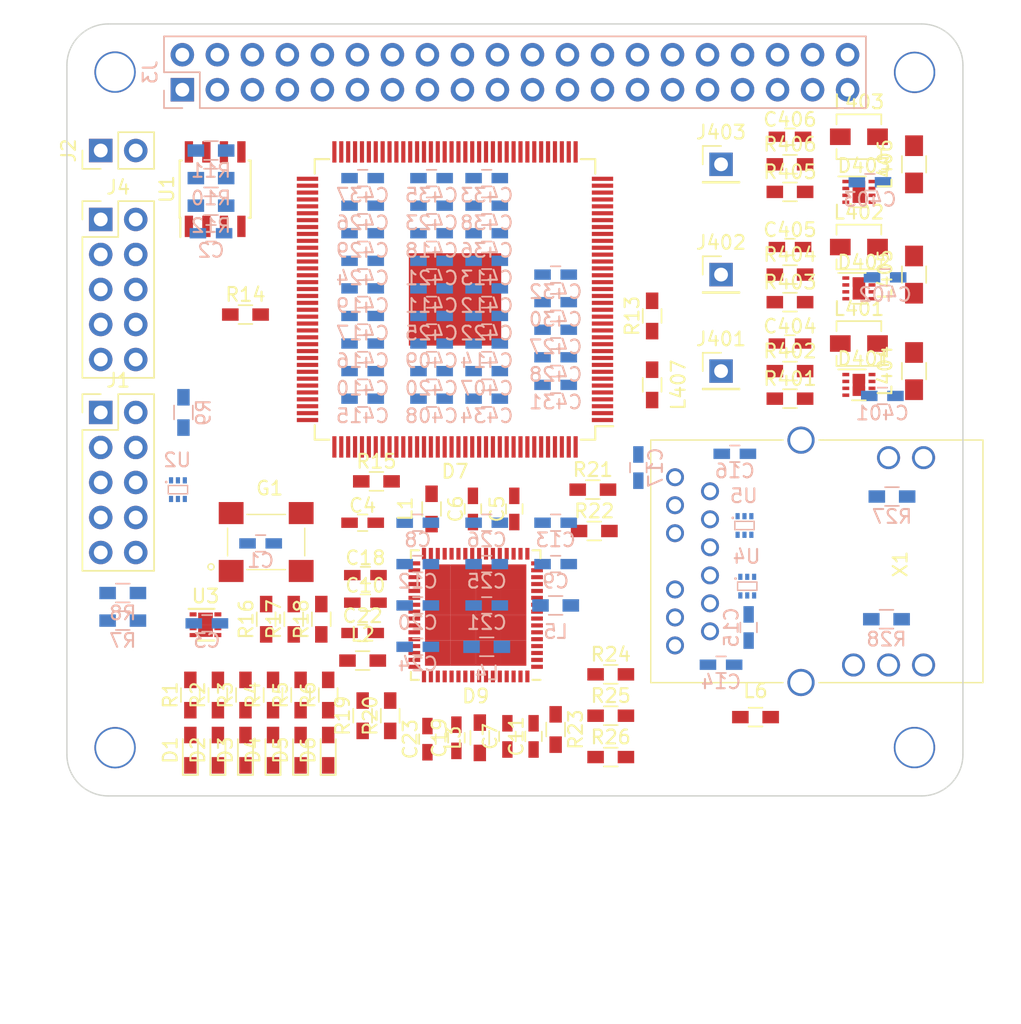
<source format=kicad_pcb>
(kicad_pcb (version 4) (host pcbnew 4.0.7)
  (layers (0 F.Cu signal) (1 In1.Cu signal hide) (2 In2.Cu signal hide) (31 B.Cu signal hide) (34 B.Paste user hide) (35 F.Paste user hide) (36 B.SilkS user hide) (37 F.SilkS user hide) (38 B.Mask user hide) (39 F.Mask user hide) (44 Edge.Cuts user))
  (net 0 "")
  (net 1 GND)
  (net 2 +3V3)
  (net 3 CONF_DONE)
  (net 4 "Net-(D1-Pad2)")
  (net 5 USER_LED0)
  (net 6 "Net-(D2-Pad2)")
  (net 7 USER_LED1)
  (net 8 "Net-(D3-Pad2)")
  (net 9 USER_LED2)
  (net 10 "Net-(D4-Pad2)")
  (net 11 USER_LED3)
  (net 12 "Net-(D5-Pad2)")
  (net 13 "Net-(D6-Pad2)")
  (net 14 nSTATUS)
  (net 15 JTAG_TDI)
  (net 16 JTAG_TCK)
  (net 17 JTAG_TMS)
  (net 18 JTAG_TDO)
  (net 19 /interface.sch/IO_39)
  (net 20 /interface.sch/IO_42)
  (net 21 /interface.sch/IO_43)
  (net 22 /interface.sch/IO_44)
  (net 23 /interface.sch/IO_46)
  (net 24 /interface.sch/IO_49)
  (net 25 "Net-(G1-Pad3)")
  (net 26 SDA)
  (net 27 SCL)
  (net 28 IO_6)
  (net 29 IO_8)
  (net 30 DCLK)
  (net 31 DATA)
  (net 32 nCONFIG)
  (net 33 PI_GPIO19/SPI1_MISO)
  (net 34 PI_GPIO20/SPI1_MOSI)
  (net 35 PI_GPIO21/SPI1_SCLK)
  (net 36 PI_GPIO16/SPI1_CS0)
  (net 37 IO_50)
  (net 38 IO_51)
  (net 39 IO_76)
  (net 40 IO_77)
  (net 41 IO_80)
  (net 42 IO_83)
  (net 43 IO_85)
  (net 44 IO_86)
  (net 45 IO_87)
  (net 46 IO_98)
  (net 47 IO_99)
  (net 48 +5V)
  (net 49 UART0_TX)
  (net 50 "Net-(J3-Pad25)")
  (net 51 UART0_RX)
  (net 52 /ethernet.sch/RESET_N)
  (net 53 "Net-(C5-Pad1)")
  (net 54 DVDDH)
  (net 55 AVDDL)
  (net 56 DVDDL)
  (net 57 "Net-(C10-Pad1)")
  (net 58 /ethernet.sch/TACT1)
  (net 59 /ethernet.sch/TACT2)
  (net 60 /ethernet.sch/TACT3)
  (net 61 /ethernet.sch/TACT4)
  (net 62 INT_N)
  (net 63 CLK_125M)
  (net 64 25M_A)
  (net 65 /ethernet.sch/TXD0)
  (net 66 /ethernet.sch/TXD1)
  (net 67 /ethernet.sch/TXD2)
  (net 68 /ethernet.sch/TXD3)
  (net 69 /ethernet.sch/TXD4)
  (net 70 /ethernet.sch/TXD5)
  (net 71 /ethernet.sch/TXD6)
  (net 72 /ethernet.sch/TXD7)
  (net 73 /ethernet.sch/TX_CLK)
  (net 74 /ethernet.sch/GTX_CLK)
  (net 75 /ethernet.sch/RXD0)
  (net 76 /ethernet.sch/RXD1)
  (net 77 /ethernet.sch/RXD2)
  (net 78 /ethernet.sch/RXD3)
  (net 79 /ethernet.sch/RXD4)
  (net 80 /ethernet.sch/RXD5)
  (net 81 /ethernet.sch/RXD6)
  (net 82 /ethernet.sch/RXD7)
  (net 83 /ethernet.sch/RX_CLK)
  (net 84 /ethernet.sch/TX_ER)
  (net 85 /ethernet.sch/TX_EN)
  (net 86 /ethernet.sch/RX_DV)
  (net 87 /ethernet.sch/RX_ER)
  (net 88 /ethernet.sch/COL)
  (net 89 /ethernet.sch/CRS)
  (net 90 /ethernet.sch/MDC)
  (net 91 /ethernet.sch/MDIO)
  (net 92 /ethernet.sch/TXRXP_A)
  (net 93 /ethernet.sch/TXRXM_A)
  (net 94 /ethernet.sch/TXRXP_B)
  (net 95 /ethernet.sch/TXRXM_B)
  (net 96 /ethernet.sch/TXRXP_C)
  (net 97 /ethernet.sch/TXRXM_C)
  (net 98 /ethernet.sch/TXRXP_D)
  (net 99 /ethernet.sch/TXRXM_D)
  (net 100 MDI_LED_Y)
  (net 101 MDI_LED_G)
  (net 102 25M_B)
  (net 103 "Net-(D9-Pad63)")
  (net 104 "Net-(J2-Pad1)")
  (net 105 +1V2)
  (net 106 "Net-(L6-Pad1)")
  (net 107 "Net-(R27-Pad1)")
  (net 108 "Net-(R28-Pad2)")
  (net 109 "Net-(C404-Pad1)")
  (net 110 "Net-(C405-Pad1)")
  (net 111 "Net-(C406-Pad1)")
  (net 112 "Net-(C411-Pad1)")
  (net 113 +2V5)
  (net 114 "Net-(D401-Pad7)")
  (net 115 "Net-(D401-Pad4)")
  (net 116 "Net-(D402-Pad7)")
  (net 117 "Net-(D402-Pad4)")
  (net 118 "Net-(D403-Pad7)")
  (net 119 "Net-(D403-Pad4)")
  (net 120 "Net-(D7-Pad100)")
  (net 121 "Net-(D7-Pad101)")
  (net 122 "Net-(D7-Pad103)")
  (net 123 "Net-(D9-Pad6)")
  (net 124 "Net-(D9-Pad58)")
  (net 125 "Net-(D9-Pad60)")
  (net 126 "Net-(D401-Pad6)")
  (net 127 "Net-(D402-Pad6)")
  (net 128 "Net-(D403-Pad6)")
  (net 129 "Net-(G1-Pad1)")
  (net 130 "Net-(J1-Pad6)")
  (net 131 "Net-(J1-Pad7)")
  (net 132 "Net-(J1-Pad8)")
  (net 133 "Net-(J3-Pad1)")
  (net 134 "Net-(J3-Pad17)")
  (net 135 "Net-(J3-Pad27)")
  (net 136 "Net-(J3-Pad28)")
  (net 137 "Net-(U3-Pad6)")
  (net 138 "Net-(U3-Pad7)")
  (net 139 "Net-(U4-Pad2)")
  (net 140 "Net-(U4-Pad5)")
  (net 141 "Net-(U5-Pad2)")
  (net 142 "Net-(U5-Pad5)")
  (net 143 "Net-(X1-Pad15)")
  (module library:L_Vishay_IHLP-1212 (layer F.Cu) (at 136 69)
    (fp_text reference L403 (at 0 -2.524) (layer F.SilkS))
    (fp_text value LQH3NPN1R0NJ0L)
    (pad 1 smd rect (at -1.35 0) (size 1.5 1.2) (layers F.Cu F.Paste F.Mask) (net 118 "Net-(D403-Pad7)"))
    (pad 2 smd rect (at 1.35 0) (size 1.5 1.2) (layers F.Cu F.Paste F.Mask) (net 111 "Net-(C406-Pad1)"))
  )
  (module library:EQFP-144_20x20mm_Pitch0.5mm (layer F.Cu) (at 106.7 80.8 180)
    (fp_text reference D7 (at 0 -12.475 180) (layer F.SilkS))
    (fp_text value 10cl025)
    (pad 1 smd rect (at -10.7 -8.75 180) (size 1.55 0.3) (layers F.Cu F.Paste F.Mask) (net 112 "Net-(C411-Pad1)"))
    (pad 2 smd rect (at -10.7 -8.25 180) (size 1.55 0.3) (layers F.Cu F.Paste F.Mask) (net 1 GND))
    (pad 3 smd rect (at -10.7 -7.75 180) (size 1.55 0.3) (layers F.Cu F.Paste F.Mask) (net 113 +2V5))
    (pad 4 smd rect (at -10.7 -7.25 180) (size 1.55 0.3) (layers F.Cu F.Paste F.Mask) (net 1 GND))
    (pad 5 smd rect (at -10.7 -6.75 180) (size 1.55 0.3) (layers F.Cu F.Paste F.Mask) (net 105 +1V2))
    (pad 6 smd rect (at -10.7 -6.25 180) (size 1.55 0.3) (layers F.Cu F.Paste F.Mask) (net 28 IO_6))
    (pad 7 smd rect (at -10.7 -5.75 180) (size 1.55 0.3) (layers F.Cu F.Paste F.Mask) (net 62 INT_N))
    (pad 8 smd rect (at -10.7 -5.25 180) (size 1.55 0.3) (layers F.Cu F.Paste F.Mask) (net 29 IO_8))
    (pad 9 smd rect (at -10.7 -4.75 180) (size 1.55 0.3) (layers F.Cu F.Paste F.Mask) (net 14 nSTATUS))
    (pad 10 smd rect (at -10.7 -4.25 180) (size 1.55 0.3) (layers F.Cu F.Paste F.Mask) (net 5 USER_LED0))
    (pad 11 smd rect (at -10.7 -3.75 180) (size 1.55 0.3) (layers F.Cu F.Paste F.Mask) (net 7 USER_LED1))
    (pad 12 smd rect (at -10.7 -3.25 180) (size 1.55 0.3) (layers F.Cu F.Paste F.Mask) (net 30 DCLK))
    (pad 13 smd rect (at -10.7 -2.75 180) (size 1.55 0.3) (layers F.Cu F.Paste F.Mask) (net 31 DATA))
    (pad 14 smd rect (at -10.7 -2.25 180) (size 1.55 0.3) (layers F.Cu F.Paste F.Mask) (net 32 nCONFIG))
    (pad 15 smd rect (at -10.7 -1.75 180) (size 1.55 0.3) (layers F.Cu F.Paste F.Mask) (net 15 JTAG_TDI))
    (pad 16 smd rect (at -10.7 -1.25 180) (size 1.55 0.3) (layers F.Cu F.Paste F.Mask) (net 16 JTAG_TCK))
    (pad 17 smd rect (at -10.7 -0.75 180) (size 1.55 0.3) (layers F.Cu F.Paste F.Mask) (net 2 +3V3))
    (pad 18 smd rect (at -10.7 -0.25 180) (size 1.55 0.3) (layers F.Cu F.Paste F.Mask) (net 17 JTAG_TMS))
    (pad 19 smd rect (at -10.7 0.25 180) (size 1.55 0.3) (layers F.Cu F.Paste F.Mask) (net 1 GND))
    (pad 20 smd rect (at -10.7 0.75 180) (size 1.55 0.3) (layers F.Cu F.Paste F.Mask) (net 18 JTAG_TDO))
    (pad 21 smd rect (at -10.7 1.25 180) (size 1.55 0.3) (layers F.Cu F.Paste F.Mask) (net 1 GND))
    (pad 22 smd rect (at -10.7 1.75 180) (size 1.55 0.3) (layers F.Cu F.Paste F.Mask) (net 1 GND))
    (pad 23 smd rect (at -10.7 2.25 180) (size 1.55 0.3) (layers F.Cu F.Paste F.Mask) (net 1 GND))
    (pad 24 smd rect (at -10.7 2.75 180) (size 1.55 0.3) (layers F.Cu F.Paste F.Mask) (net 1 GND))
    (pad 25 smd rect (at -10.7 3.25 180) (size 1.55 0.3) (layers F.Cu F.Paste F.Mask) (net 1 GND))
    (pad 26 smd rect (at -10.7 3.75 180) (size 1.55 0.3) (layers F.Cu F.Paste F.Mask) (net 2 +3V3))
    (pad 27 smd rect (at -10.7 4.25 180) (size 1.55 0.3) (layers F.Cu F.Paste F.Mask) (net 1 GND))
    (pad 28 smd rect (at -10.7 4.75 180) (size 1.55 0.3) (layers F.Cu F.Paste F.Mask) (net 33 PI_GPIO19/SPI1_MISO))
    (pad 29 smd rect (at -10.7 5.25 180) (size 1.55 0.3) (layers F.Cu F.Paste F.Mask) (net 105 +1V2))
    (pad 30 smd rect (at -10.7 5.75 180) (size 1.55 0.3) (layers F.Cu F.Paste F.Mask) (net 1 GND))
    (pad 31 smd rect (at -10.7 6.25 180) (size 1.55 0.3) (layers F.Cu F.Paste F.Mask) (net 34 PI_GPIO20/SPI1_MOSI))
    (pad 32 smd rect (at -10.7 6.75 180) (size 1.55 0.3) (layers F.Cu F.Paste F.Mask) (net 35 PI_GPIO21/SPI1_SCLK))
    (pad 33 smd rect (at -10.7 7.25 180) (size 1.55 0.3) (layers F.Cu F.Paste F.Mask) (net 36 PI_GPIO16/SPI1_CS0))
    (pad 34 smd rect (at -10.7 7.75 180) (size 1.55 0.3) (layers F.Cu F.Paste F.Mask) (net 105 +1V2))
    (pad 35 smd rect (at -10.7 8.25 180) (size 1.55 0.3) (layers F.Cu F.Paste F.Mask) (net 113 +2V5))
    (pad 36 smd rect (at -10.7 8.75 180) (size 1.55 0.3) (layers F.Cu F.Paste F.Mask) (net 1 GND))
    (pad 37 smd rect (at -8.75 10.7 270) (size 1.55 0.3) (layers F.Cu F.Paste F.Mask) (net 112 "Net-(C411-Pad1)"))
    (pad 38 smd rect (at -8.25 10.7 270) (size 1.55 0.3) (layers F.Cu F.Paste F.Mask) (net 105 +1V2))
    (pad 39 smd rect (at -7.75 10.7 270) (size 1.55 0.3) (layers F.Cu F.Paste F.Mask) (net 19 /interface.sch/IO_39))
    (pad 40 smd rect (at -7.25 10.7 270) (size 1.55 0.3) (layers F.Cu F.Paste F.Mask) (net 2 +3V3))
    (pad 41 smd rect (at -6.75 10.7 270) (size 1.55 0.3) (layers F.Cu F.Paste F.Mask) (net 1 GND))
    (pad 42 smd rect (at -6.25 10.7 270) (size 1.55 0.3) (layers F.Cu F.Paste F.Mask) (net 20 /interface.sch/IO_42))
    (pad 43 smd rect (at -5.75 10.7 270) (size 1.55 0.3) (layers F.Cu F.Paste F.Mask) (net 21 /interface.sch/IO_43))
    (pad 44 smd rect (at -5.25 10.7 270) (size 1.55 0.3) (layers F.Cu F.Paste F.Mask) (net 22 /interface.sch/IO_44))
    (pad 45 smd rect (at -4.75 10.7 270) (size 1.55 0.3) (layers F.Cu F.Paste F.Mask) (net 105 +1V2))
    (pad 46 smd rect (at -4.25 10.7 270) (size 1.55 0.3) (layers F.Cu F.Paste F.Mask) (net 23 /interface.sch/IO_46))
    (pad 47 smd rect (at -3.75 10.7 270) (size 1.55 0.3) (layers F.Cu F.Paste F.Mask) (net 2 +3V3))
    (pad 48 smd rect (at -3.25 10.7 270) (size 1.55 0.3) (layers F.Cu F.Paste F.Mask) (net 1 GND))
    (pad 49 smd rect (at -2.75 10.7 270) (size 1.55 0.3) (layers F.Cu F.Paste F.Mask) (net 24 /interface.sch/IO_49))
    (pad 50 smd rect (at -2.25 10.7 270) (size 1.55 0.3) (layers F.Cu F.Paste F.Mask) (net 37 IO_50))
    (pad 51 smd rect (at -1.75 10.7 270) (size 1.55 0.3) (layers F.Cu F.Paste F.Mask) (net 38 IO_51))
    (pad 52 smd rect (at -1.25 10.7 270) (size 1.55 0.3) (layers F.Cu F.Paste F.Mask) (net 1 GND))
    (pad 53 smd rect (at -0.75 10.7 270) (size 1.55 0.3) (layers F.Cu F.Paste F.Mask) (net 1 GND))
    (pad 54 smd rect (at -0.25 10.7 270) (size 1.55 0.3) (layers F.Cu F.Paste F.Mask) (net 63 CLK_125M))
    (pad 55 smd rect (at 0.25 10.7 270) (size 1.55 0.3) (layers F.Cu F.Paste F.Mask) (net 64 25M_A))
    (pad 56 smd rect (at 0.75 10.7 270) (size 1.55 0.3) (layers F.Cu F.Paste F.Mask) (net 2 +3V3))
    (pad 57 smd rect (at 1.25 10.7 270) (size 1.55 0.3) (layers F.Cu F.Paste F.Mask) (net 1 GND))
    (pad 58 smd rect (at 1.75 10.7 270) (size 1.55 0.3) (layers F.Cu F.Paste F.Mask) (net 65 /ethernet.sch/TXD0))
    (pad 59 smd rect (at 2.25 10.7 270) (size 1.55 0.3) (layers F.Cu F.Paste F.Mask) (net 66 /ethernet.sch/TXD1))
    (pad 60 smd rect (at 2.75 10.7 270) (size 1.55 0.3) (layers F.Cu F.Paste F.Mask) (net 67 /ethernet.sch/TXD2))
    (pad 61 smd rect (at 3.25 10.7 270) (size 1.55 0.3) (layers F.Cu F.Paste F.Mask) (net 105 +1V2))
    (pad 62 smd rect (at 3.75 10.7 270) (size 1.55 0.3) (layers F.Cu F.Paste F.Mask) (net 2 +3V3))
    (pad 63 smd rect (at 4.25 10.7 270) (size 1.55 0.3) (layers F.Cu F.Paste F.Mask) (net 1 GND))
    (pad 64 smd rect (at 4.75 10.7 270) (size 1.55 0.3) (layers F.Cu F.Paste F.Mask) (net 1 GND))
    (pad 65 smd rect (at 5.25 10.7 270) (size 1.55 0.3) (layers F.Cu F.Paste F.Mask) (net 68 /ethernet.sch/TXD3))
    (pad 66 smd rect (at 5.75 10.7 270) (size 1.55 0.3) (layers F.Cu F.Paste F.Mask) (net 69 /ethernet.sch/TXD4))
    (pad 67 smd rect (at 6.25 10.7 270) (size 1.55 0.3) (layers F.Cu F.Paste F.Mask) (net 70 /ethernet.sch/TXD5))
    (pad 68 smd rect (at 6.75 10.7 270) (size 1.55 0.3) (layers F.Cu F.Paste F.Mask) (net 71 /ethernet.sch/TXD6))
    (pad 69 smd rect (at 7.25 10.7 270) (size 1.55 0.3) (layers F.Cu F.Paste F.Mask) (net 72 /ethernet.sch/TXD7))
    (pad 70 smd rect (at 7.75 10.7 270) (size 1.55 0.3) (layers F.Cu F.Paste F.Mask) (net 105 +1V2))
    (pad 71 smd rect (at 8.25 10.7 270) (size 1.55 0.3) (layers F.Cu F.Paste F.Mask) (net 73 /ethernet.sch/TX_CLK))
    (pad 72 smd rect (at 8.75 10.7 270) (size 1.55 0.3) (layers F.Cu F.Paste F.Mask) (net 74 /ethernet.sch/GTX_CLK))
    (pad 73 smd rect (at 10.7 8.75 180) (size 1.55 0.3) (layers F.Cu F.Paste F.Mask) (net 112 "Net-(C411-Pad1)"))
    (pad 74 smd rect (at 10.7 8.25 180) (size 1.55 0.3) (layers F.Cu F.Paste F.Mask) (net 1 GND))
    (pad 75 smd rect (at 10.7 7.75 180) (size 1.55 0.3) (layers F.Cu F.Paste F.Mask) (net 113 +2V5))
    (pad 76 smd rect (at 10.7 7.25 180) (size 1.55 0.3) (layers F.Cu F.Paste F.Mask) (net 39 IO_76))
    (pad 77 smd rect (at 10.7 6.75 180) (size 1.55 0.3) (layers F.Cu F.Paste F.Mask) (net 40 IO_77))
    (pad 78 smd rect (at 10.7 6.25 180) (size 1.55 0.3) (layers F.Cu F.Paste F.Mask) (net 105 +1V2))
    (pad 79 smd rect (at 10.7 5.75 180) (size 1.55 0.3) (layers F.Cu F.Paste F.Mask) (net 1 GND))
    (pad 80 smd rect (at 10.7 5.25 180) (size 1.55 0.3) (layers F.Cu F.Paste F.Mask) (net 41 IO_80))
    (pad 81 smd rect (at 10.7 4.75 180) (size 1.55 0.3) (layers F.Cu F.Paste F.Mask) (net 2 +3V3))
    (pad 82 smd rect (at 10.7 4.25 180) (size 1.55 0.3) (layers F.Cu F.Paste F.Mask) (net 1 GND))
    (pad 83 smd rect (at 10.7 3.75 180) (size 1.55 0.3) (layers F.Cu F.Paste F.Mask) (net 42 IO_83))
    (pad 84 smd rect (at 10.7 3.25 180) (size 1.55 0.3) (layers F.Cu F.Paste F.Mask) (net 105 +1V2))
    (pad 85 smd rect (at 10.7 2.75 180) (size 1.55 0.3) (layers F.Cu F.Paste F.Mask) (net 43 IO_85))
    (pad 86 smd rect (at 10.7 2.25 180) (size 1.55 0.3) (layers F.Cu F.Paste F.Mask) (net 44 IO_86))
    (pad 87 smd rect (at 10.7 1.75 180) (size 1.55 0.3) (layers F.Cu F.Paste F.Mask) (net 45 IO_87))
    (pad 88 smd rect (at 10.7 1.25 180) (size 1.55 0.3) (layers F.Cu F.Paste F.Mask) (net 1 GND))
    (pad 89 smd rect (at 10.7 0.75 180) (size 1.55 0.3) (layers F.Cu F.Paste F.Mask) (net 1 GND))
    (pad 90 smd rect (at 10.7 0.25 180) (size 1.55 0.3) (layers F.Cu F.Paste F.Mask) (net 1 GND))
    (pad 91 smd rect (at 10.7 -0.25 180) (size 1.55 0.3) (layers F.Cu F.Paste F.Mask) (net 1 GND))
    (pad 92 smd rect (at 10.7 -0.75 180) (size 1.55 0.3) (layers F.Cu F.Paste F.Mask) (net 3 CONF_DONE))
    (pad 93 smd rect (at 10.7 -1.25 180) (size 1.55 0.3) (layers F.Cu F.Paste F.Mask) (net 2 +3V3))
    (pad 94 smd rect (at 10.7 -1.75 180) (size 1.55 0.3) (layers F.Cu F.Paste F.Mask) (net 1 GND))
    (pad 95 smd rect (at 10.7 -2.25 180) (size 1.55 0.3) (layers F.Cu F.Paste F.Mask) (net 1 GND))
    (pad 96 smd rect (at 10.7 -2.75 180) (size 1.55 0.3) (layers F.Cu F.Paste F.Mask) (net 1 GND))
    (pad 97 smd rect (at 10.7 -3.25 180) (size 1.55 0.3) (layers F.Cu F.Paste F.Mask) (net 1 GND))
    (pad 98 smd rect (at 10.7 -3.75 180) (size 1.55 0.3) (layers F.Cu F.Paste F.Mask) (net 46 IO_98))
    (pad 99 smd rect (at 10.7 -4.25 180) (size 1.55 0.3) (layers F.Cu F.Paste F.Mask) (net 47 IO_99))
    (pad 100 smd rect (at 10.7 -4.75 180) (size 1.55 0.3) (layers F.Cu F.Paste F.Mask) (net 120 "Net-(D7-Pad100)"))
    (pad 101 smd rect (at 10.7 -5.25 180) (size 1.55 0.3) (layers F.Cu F.Paste F.Mask) (net 121 "Net-(D7-Pad101)"))
    (pad 102 smd rect (at 10.7 -5.75 180) (size 1.55 0.3) (layers F.Cu F.Paste F.Mask) (net 105 +1V2))
    (pad 103 smd rect (at 10.7 -6.25 180) (size 1.55 0.3) (layers F.Cu F.Paste F.Mask) (net 122 "Net-(D7-Pad103)"))
    (pad 104 smd rect (at 10.7 -6.75 180) (size 1.55 0.3) (layers F.Cu F.Paste F.Mask) (net 1 GND))
    (pad 105 smd rect (at 10.7 -7.25 180) (size 1.55 0.3) (layers F.Cu F.Paste F.Mask) (net 9 USER_LED2))
    (pad 106 smd rect (at 10.7 -7.75 180) (size 1.55 0.3) (layers F.Cu F.Paste F.Mask) (net 11 USER_LED3))
    (pad 107 smd rect (at 10.7 -8.25 180) (size 1.55 0.3) (layers F.Cu F.Paste F.Mask) (net 113 +2V5))
    (pad 108 smd rect (at 10.7 -8.75 180) (size 1.55 0.3) (layers F.Cu F.Paste F.Mask) (net 1 GND))
    (pad 109 smd rect (at 8.75 -10.7 270) (size 1.55 0.3) (layers F.Cu F.Paste F.Mask) (net 112 "Net-(C411-Pad1)"))
    (pad 110 smd rect (at 8.25 -10.7 270) (size 1.55 0.3) (layers F.Cu F.Paste F.Mask) (net 1 GND))
    (pad 111 smd rect (at 7.75 -10.7 270) (size 1.55 0.3) (layers F.Cu F.Paste F.Mask) (net 75 /ethernet.sch/RXD0))
    (pad 112 smd rect (at 7.25 -10.7 270) (size 1.55 0.3) (layers F.Cu F.Paste F.Mask) (net 76 /ethernet.sch/RXD1))
    (pad 113 smd rect (at 6.75 -10.7 270) (size 1.55 0.3) (layers F.Cu F.Paste F.Mask) (net 77 /ethernet.sch/RXD2))
    (pad 114 smd rect (at 6.25 -10.7 270) (size 1.55 0.3) (layers F.Cu F.Paste F.Mask) (net 78 /ethernet.sch/RXD3))
    (pad 115 smd rect (at 5.75 -10.7 270) (size 1.55 0.3) (layers F.Cu F.Paste F.Mask) (net 79 /ethernet.sch/RXD4))
    (pad 116 smd rect (at 5.25 -10.7 270) (size 1.55 0.3) (layers F.Cu F.Paste F.Mask) (net 105 +1V2))
    (pad 117 smd rect (at 4.75 -10.7 270) (size 1.55 0.3) (layers F.Cu F.Paste F.Mask) (net 2 +3V3))
    (pad 118 smd rect (at 4.25 -10.7 270) (size 1.55 0.3) (layers F.Cu F.Paste F.Mask) (net 1 GND))
    (pad 119 smd rect (at 3.75 -10.7 270) (size 1.55 0.3) (layers F.Cu F.Paste F.Mask) (net 80 /ethernet.sch/RXD5))
    (pad 120 smd rect (at 3.25 -10.7 270) (size 1.55 0.3) (layers F.Cu F.Paste F.Mask) (net 81 /ethernet.sch/RXD6))
    (pad 121 smd rect (at 2.75 -10.7 270) (size 1.55 0.3) (layers F.Cu F.Paste F.Mask) (net 82 /ethernet.sch/RXD7))
    (pad 122 smd rect (at 2.25 -10.7 270) (size 1.55 0.3) (layers F.Cu F.Paste F.Mask) (net 2 +3V3))
    (pad 123 smd rect (at 1.75 -10.7 270) (size 1.55 0.3) (layers F.Cu F.Paste F.Mask) (net 1 GND))
    (pad 124 smd rect (at 1.25 -10.7 270) (size 1.55 0.3) (layers F.Cu F.Paste F.Mask) (net 105 +1V2))
    (pad 125 smd rect (at 0.75 -10.7 270) (size 1.55 0.3) (layers F.Cu F.Paste F.Mask) (net 83 /ethernet.sch/RX_CLK))
    (pad 126 smd rect (at 0.25 -10.7 270) (size 1.55 0.3) (layers F.Cu F.Paste F.Mask) (net 1 GND))
    (pad 127 smd rect (at -0.25 -10.7 270) (size 1.55 0.3) (layers F.Cu F.Paste F.Mask) (net 1 GND))
    (pad 128 smd rect (at -0.75 -10.7 270) (size 1.55 0.3) (layers F.Cu F.Paste F.Mask) (net 1 GND))
    (pad 129 smd rect (at -1.25 -10.7 270) (size 1.55 0.3) (layers F.Cu F.Paste F.Mask) (net 1 GND))
    (pad 130 smd rect (at -1.75 -10.7 270) (size 1.55 0.3) (layers F.Cu F.Paste F.Mask) (net 2 +3V3))
    (pad 131 smd rect (at -2.25 -10.7 270) (size 1.55 0.3) (layers F.Cu F.Paste F.Mask) (net 1 GND))
    (pad 132 smd rect (at -2.75 -10.7 270) (size 1.55 0.3) (layers F.Cu F.Paste F.Mask) (net 84 /ethernet.sch/TX_ER))
    (pad 133 smd rect (at -3.25 -10.7 270) (size 1.55 0.3) (layers F.Cu F.Paste F.Mask) (net 85 /ethernet.sch/TX_EN))
    (pad 134 smd rect (at -3.75 -10.7 270) (size 1.55 0.3) (layers F.Cu F.Paste F.Mask) (net 105 +1V2))
    (pad 135 smd rect (at -4.25 -10.7 270) (size 1.55 0.3) (layers F.Cu F.Paste F.Mask) (net 86 /ethernet.sch/RX_DV))
    (pad 136 smd rect (at -4.75 -10.7 270) (size 1.55 0.3) (layers F.Cu F.Paste F.Mask) (net 87 /ethernet.sch/RX_ER))
    (pad 137 smd rect (at -5.25 -10.7 270) (size 1.55 0.3) (layers F.Cu F.Paste F.Mask) (net 88 /ethernet.sch/COL))
    (pad 138 smd rect (at -5.75 -10.7 270) (size 1.55 0.3) (layers F.Cu F.Paste F.Mask) (net 105 +1V2))
    (pad 139 smd rect (at -6.25 -10.7 270) (size 1.55 0.3) (layers F.Cu F.Paste F.Mask) (net 2 +3V3))
    (pad 140 smd rect (at -6.75 -10.7 270) (size 1.55 0.3) (layers F.Cu F.Paste F.Mask) (net 1 GND))
    (pad 141 smd rect (at -7.25 -10.7 270) (size 1.55 0.3) (layers F.Cu F.Paste F.Mask) (net 89 /ethernet.sch/CRS))
    (pad 142 smd rect (at -7.75 -10.7 270) (size 1.55 0.3) (layers F.Cu F.Paste F.Mask) (net 90 /ethernet.sch/MDC))
    (pad 143 smd rect (at -8.25 -10.7 270) (size 1.55 0.3) (layers F.Cu F.Paste F.Mask) (net 91 /ethernet.sch/MDIO))
    (pad 144 smd rect (at -8.75 -10.7 270) (size 1.55 0.3) (layers F.Cu F.Paste F.Mask) (net 52 /ethernet.sch/RESET_N))
    (pad 145 smd rect (at 0 0 180) (size 6.7 6.7) (layers F.Cu F.Paste F.Mask) (net 1 GND))
  )
  (module library:CFPS-73 (layer F.Cu) (at 93 98.4)
    (fp_text reference G1 (at 0.25 -3.9) (layer F.SilkS))
    (fp_text value CFPS-73)
    (pad 1 smd rect (at -2.54 2.1) (size 1.8 1.6) (layers F.Cu F.Paste F.Mask) (net 129 "Net-(G1-Pad1)"))
    (pad 2 smd rect (at 2.54 2.1) (size 1.8 1.6) (layers F.Cu F.Paste F.Mask) (net 1 GND))
    (pad 3 smd rect (at 2.54 -2.1) (size 1.8 1.6) (layers F.Cu F.Paste F.Mask) (net 25 "Net-(G1-Pad3)"))
    (pad 4 smd rect (at -2.54 -2.1) (size 1.8 1.6) (layers F.Cu F.Paste F.Mask) (net 2 +3V3))
  )
  (module library:SOT-563-6 (layer B.Cu) (at 86.6 94.6)
    (fp_text reference U2 (at -0.05 -2.15) (layer B.SilkS) (effects (justify mirror)))
    (fp_text value NUP4114UPXV6T1G)
    (pad 1 smd rect (at -0.5 -0.675) (size 0.3 0.45) (layers B.Cu B.Paste B.Mask) (net 18 JTAG_TDO))
    (pad 2 smd rect (at 0 -0.675) (size 0.3 0.45) (layers B.Cu B.Paste B.Mask) (net 1 GND))
    (pad 3 smd rect (at 0.5 -0.675) (size 0.3 0.45) (layers B.Cu B.Paste B.Mask) (net 17 JTAG_TMS))
    (pad 4 smd rect (at 0.5 0.675) (size 0.3 0.45) (layers B.Cu B.Paste B.Mask) (net 15 JTAG_TDI))
    (pad 5 smd rect (at 0 0.675) (size 0.3 0.45) (layers B.Cu B.Paste B.Mask) (net 2 +3V3))
    (pad 6 smd rect (at -0.5 0.675) (size 0.3 0.45) (layers B.Cu B.Paste B.Mask) (net 16 JTAG_TCK))
  )
  (module library:SOT-563-6 (layer B.Cu) (at 127.9 101.6)
    (fp_text reference U4 (at -0.05 -2.15) (layer B.SilkS) (effects (justify mirror)))
    (fp_text value NUP4114UPXV6T1G)
    (pad 1 smd rect (at -0.5 -0.675) (size 0.3 0.45) (layers B.Cu B.Paste B.Mask) (net 92 /ethernet.sch/TXRXP_A))
    (pad 2 smd rect (at 0 -0.675) (size 0.3 0.45) (layers B.Cu B.Paste B.Mask) (net 139 "Net-(U4-Pad2)"))
    (pad 3 smd rect (at 0.5 -0.675) (size 0.3 0.45) (layers B.Cu B.Paste B.Mask) (net 93 /ethernet.sch/TXRXM_A))
    (pad 4 smd rect (at 0.5 0.675) (size 0.3 0.45) (layers B.Cu B.Paste B.Mask) (net 94 /ethernet.sch/TXRXP_B))
    (pad 5 smd rect (at 0 0.675) (size 0.3 0.45) (layers B.Cu B.Paste B.Mask) (net 140 "Net-(U4-Pad5)"))
    (pad 6 smd rect (at -0.5 0.675) (size 0.3 0.45) (layers B.Cu B.Paste B.Mask) (net 95 /ethernet.sch/TXRXM_B))
  )
  (module library:SOT-563-6 (layer B.Cu) (at 127.7 97.2)
    (fp_text reference U5 (at -0.05 -2.15) (layer B.SilkS) (effects (justify mirror)))
    (fp_text value NUP4114UPXV6T1G)
    (pad 1 smd rect (at -0.5 -0.675) (size 0.3 0.45) (layers B.Cu B.Paste B.Mask) (net 96 /ethernet.sch/TXRXP_C))
    (pad 2 smd rect (at 0 -0.675) (size 0.3 0.45) (layers B.Cu B.Paste B.Mask) (net 141 "Net-(U5-Pad2)"))
    (pad 3 smd rect (at 0.5 -0.675) (size 0.3 0.45) (layers B.Cu B.Paste B.Mask) (net 97 /ethernet.sch/TXRXM_C))
    (pad 4 smd rect (at 0.5 0.675) (size 0.3 0.45) (layers B.Cu B.Paste B.Mask) (net 98 /ethernet.sch/TXRXP_D))
    (pad 5 smd rect (at 0 0.675) (size 0.3 0.45) (layers B.Cu B.Paste B.Mask) (net 142 "Net-(U5-Pad5)"))
    (pad 6 smd rect (at -0.5 0.675) (size 0.3 0.45) (layers B.Cu B.Paste B.Mask) (net 99 /ethernet.sch/TXRXM_D))
  )
  (module library:L829 (layer F.Cu) (at 131.8 99.8 270)
    (fp_text reference X1 (at 0.2 -7.2 270) (layer F.SilkS))
    (fp_text value L829-1J1T-43)
    (pad 1 thru_hole circle (at -5.08 6.6 270) (size 1.3 1.3) (drill 0.89) (layers *.Cu *.Mask) (net 60 /ethernet.sch/TACT3))
    (pad "" np_thru_hole circle (at -4.825 0 270) (size 3.24 3.24) (drill 3.24) (layers *.Cu *.Mask))
    (pad "" np_thru_hole circle (at 4.825 0 270) (size 3.24 3.24) (drill 3.24) (layers *.Cu *.Mask))
    (pad 2 thru_hole circle (at -3.05 6.6 270) (size 1.3 1.3) (drill 0.89) (layers *.Cu *.Mask) (net 97 /ethernet.sch/TXRXM_C))
    (pad 3 thru_hole circle (at -1.02 6.6 270) (size 1.3 1.3) (drill 0.89) (layers *.Cu *.Mask) (net 96 /ethernet.sch/TXRXP_C))
    (pad 4 thru_hole circle (at 1.02 6.6 270) (size 1.3 1.3) (drill 0.89) (layers *.Cu *.Mask) (net 94 /ethernet.sch/TXRXP_B))
    (pad 5 thru_hole circle (at 3.05 6.6 270) (size 1.3 1.3) (drill 0.89) (layers *.Cu *.Mask) (net 95 /ethernet.sch/TXRXM_B))
    (pad 6 thru_hole circle (at 5.08 6.6 270) (size 1.3 1.3) (drill 0.89) (layers *.Cu *.Mask) (net 59 /ethernet.sch/TACT2))
    (pad 7 thru_hole circle (at -6.1 9.14 270) (size 1.3 1.3) (drill 0.89) (layers *.Cu *.Mask) (net 61 /ethernet.sch/TACT4))
    (pad 8 thru_hole circle (at -4.07 9.14 270) (size 1.3 1.3) (drill 0.89) (layers *.Cu *.Mask) (net 98 /ethernet.sch/TXRXP_D))
    (pad 9 thru_hole circle (at -2.04 9.14 270) (size 1.3 1.3) (drill 0.89) (layers *.Cu *.Mask) (net 99 /ethernet.sch/TXRXM_D))
    (pad 10 thru_hole circle (at 2.04 9.14 270) (size 1.3 1.3) (drill 0.89) (layers *.Cu *.Mask) (net 93 /ethernet.sch/TXRXM_A))
    (pad 11 thru_hole circle (at 4.07 9.14 270) (size 1.3 1.3) (drill 0.89) (layers *.Cu *.Mask) (net 92 /ethernet.sch/TXRXP_A))
    (pad 12 thru_hole circle (at 6.1 9.14 270) (size 1.3 1.3) (drill 0.89) (layers *.Cu *.Mask) (net 58 /ethernet.sch/TACT1))
    (pad 13 thru_hole circle (at -7.52 -6.35 270) (size 1.67 1.67) (drill 1.27) (layers *.Cu *.Mask) (net 100 MDI_LED_Y))
    (pad 14 thru_hole circle (at -7.52 -8.89 270) (size 1.67 1.67) (drill 1.27) (layers *.Cu *.Mask) (net 107 "Net-(R27-Pad1)"))
    (pad 15 thru_hole circle (at 7.52 -3.81 270) (size 1.67 1.67) (drill 1.27) (layers *.Cu *.Mask) (net 143 "Net-(X1-Pad15)"))
    (pad 16 thru_hole circle (at 7.52 -6.35 270) (size 1.67 1.67) (drill 1.27) (layers *.Cu *.Mask) (net 108 "Net-(R28-Pad2)"))
    (pad 17 thru_hole circle (at 7.52 -8.89 270) (size 1.67 1.67) (drill 1.27) (layers *.Cu *.Mask) (net 101 MDI_LED_G))
    (pad 18 thru_hole circle (at 8.79 0 270) (size 1.97 1.97) (drill 1.57) (layers *.Cu *.Mask) (net 106 "Net-(L6-Pad1)"))
    (pad 19 thru_hole circle (at -8.79 0 270) (size 1.97 1.97) (drill 1.57) (layers *.Cu *.Mask) (net 106 "Net-(L6-Pad1)"))
  )
  (module library:WSON-8_1EP_2x2mm_Pitch0.5mm (layer F.Cu) (at 136 87)
    (fp_text reference D401 (at 0.38 -1.9) (layer F.SilkS))
    (fp_text value TLV62084)
    (pad 3 smd rect (at -0.95 0.25) (size 0.5 0.25) (layers F.Cu F.Paste F.Mask) (net 1 GND))
    (pad 7 smd rect (at 0.95 -0.25) (size 0.5 0.25) (layers F.Cu F.Paste F.Mask) (net 114 "Net-(D401-Pad7)"))
    (pad 8 smd rect (at 0.95 -0.75) (size 0.5 0.25) (layers F.Cu F.Paste F.Mask) (net 48 +5V))
    (pad 9 smd rect (at 0 0) (size 0.9 1.6) (layers F.Cu F.Mask) (net 1 GND))
    (pad 1 smd rect (at -0.95 -0.75) (size 0.5 0.25) (layers F.Cu F.Paste F.Mask) (net 48 +5V))
    (pad 2 smd rect (at -0.95 -0.25) (size 0.5 0.25) (layers F.Cu F.Paste F.Mask) (net 1 GND))
    (pad 4 smd rect (at -0.95 0.75) (size 0.5 0.25) (layers F.Cu F.Paste F.Mask) (net 115 "Net-(D401-Pad4)"))
    (pad 5 smd rect (at 0.95 0.75) (size 0.5 0.25) (layers F.Cu F.Paste F.Mask) (net 109 "Net-(C404-Pad1)"))
    (pad 6 smd rect (at 0.95 0.25) (size 0.5 0.25) (layers F.Cu F.Paste F.Mask) (net 126 "Net-(D401-Pad6)"))
    (pad 9 smd rect (at 0 0.45) (size 0.9 0.7) (layers F.Cu F.Paste) (net 1 GND))
    (pad 9 smd rect (at 0 -0.45) (size 0.9 0.7) (layers F.Cu F.Paste) (net 1 GND))
  )
  (module library:WSON-8_1EP_2x2mm_Pitch0.5mm (layer F.Cu) (at 136 80)
    (fp_text reference D402 (at 0.38 -1.9) (layer F.SilkS))
    (fp_text value TLV62084)
    (pad 3 smd rect (at -0.95 0.25) (size 0.5 0.25) (layers F.Cu F.Paste F.Mask) (net 1 GND))
    (pad 7 smd rect (at 0.95 -0.25) (size 0.5 0.25) (layers F.Cu F.Paste F.Mask) (net 116 "Net-(D402-Pad7)"))
    (pad 8 smd rect (at 0.95 -0.75) (size 0.5 0.25) (layers F.Cu F.Paste F.Mask) (net 48 +5V))
    (pad 9 smd rect (at 0 0) (size 0.9 1.6) (layers F.Cu F.Mask) (net 1 GND))
    (pad 1 smd rect (at -0.95 -0.75) (size 0.5 0.25) (layers F.Cu F.Paste F.Mask) (net 48 +5V))
    (pad 2 smd rect (at -0.95 -0.25) (size 0.5 0.25) (layers F.Cu F.Paste F.Mask) (net 1 GND))
    (pad 4 smd rect (at -0.95 0.75) (size 0.5 0.25) (layers F.Cu F.Paste F.Mask) (net 117 "Net-(D402-Pad4)"))
    (pad 5 smd rect (at 0.95 0.75) (size 0.5 0.25) (layers F.Cu F.Paste F.Mask) (net 110 "Net-(C405-Pad1)"))
    (pad 6 smd rect (at 0.95 0.25) (size 0.5 0.25) (layers F.Cu F.Paste F.Mask) (net 127 "Net-(D402-Pad6)"))
    (pad 9 smd rect (at 0 0.45) (size 0.9 0.7) (layers F.Cu F.Paste) (net 1 GND))
    (pad 9 smd rect (at 0 -0.45) (size 0.9 0.7) (layers F.Cu F.Paste) (net 1 GND))
  )
  (module library:WSON-8_1EP_2x2mm_Pitch0.5mm (layer F.Cu) (at 136 73)
    (fp_text reference D403 (at 0.38 -1.9) (layer F.SilkS))
    (fp_text value TLV62080)
    (pad 3 smd rect (at -0.95 0.25) (size 0.5 0.25) (layers F.Cu F.Paste F.Mask) (net 1 GND))
    (pad 7 smd rect (at 0.95 -0.25) (size 0.5 0.25) (layers F.Cu F.Paste F.Mask) (net 118 "Net-(D403-Pad7)"))
    (pad 8 smd rect (at 0.95 -0.75) (size 0.5 0.25) (layers F.Cu F.Paste F.Mask) (net 48 +5V))
    (pad 9 smd rect (at 0 0) (size 0.9 1.6) (layers F.Cu F.Mask) (net 1 GND))
    (pad 1 smd rect (at -0.95 -0.75) (size 0.5 0.25) (layers F.Cu F.Paste F.Mask) (net 48 +5V))
    (pad 2 smd rect (at -0.95 -0.25) (size 0.5 0.25) (layers F.Cu F.Paste F.Mask) (net 1 GND))
    (pad 4 smd rect (at -0.95 0.75) (size 0.5 0.25) (layers F.Cu F.Paste F.Mask) (net 119 "Net-(D403-Pad4)"))
    (pad 5 smd rect (at 0.95 0.75) (size 0.5 0.25) (layers F.Cu F.Paste F.Mask) (net 111 "Net-(C406-Pad1)"))
    (pad 6 smd rect (at 0.95 0.25) (size 0.5 0.25) (layers F.Cu F.Paste F.Mask) (net 128 "Net-(D403-Pad6)"))
    (pad 9 smd rect (at 0 0.45) (size 0.9 0.7) (layers F.Cu F.Paste) (net 1 GND))
    (pad 9 smd rect (at 0 -0.45) (size 0.9 0.7) (layers F.Cu F.Paste) (net 1 GND))
  )
  (module library:L_Vishay_IHLP-1212 (layer F.Cu) (at 136 84)
    (fp_text reference L401 (at 0 -2.524) (layer F.SilkS))
    (fp_text value LQH3NPN1R0NJ0L)
    (pad 1 smd rect (at -1.35 0) (size 1.5 1.2) (layers F.Cu F.Paste F.Mask) (net 114 "Net-(D401-Pad7)"))
    (pad 2 smd rect (at 1.35 0) (size 1.5 1.2) (layers F.Cu F.Paste F.Mask) (net 109 "Net-(C404-Pad1)"))
  )
  (module library:L_Vishay_IHLP-1212 (layer F.Cu) (at 136 77)
    (fp_text reference L402 (at 0 -2.524) (layer F.SilkS))
    (fp_text value LQH3NPN1R0NJ0L)
    (pad 1 smd rect (at -1.35 0) (size 1.5 1.2) (layers F.Cu F.Paste F.Mask) (net 116 "Net-(D402-Pad7)"))
    (pad 2 smd rect (at 1.35 0) (size 1.5 1.2) (layers F.Cu F.Paste F.Mask) (net 110 "Net-(C405-Pad1)"))
  )
  (module project_footprints:NPTH_3mm_ID (layer F.Cu) (at 82.04 64.31)
    (fp_text reference H1 (at 0.06 0.09) (layer F.SilkS))
    (fp_text value 3mm_Mounting_Hole)
    (pad "" np_thru_hole circle (at 0 0) (size 3 3) (drill 2.75) (layers *.Cu *.Mask) (clearance 1.6))
  )
  (module project_footprints:NPTH_3mm_ID (layer F.Cu) (at 140.04 64.33)
    (fp_text reference H2 (at 0.06 0.09) (layer F.SilkS))
    (fp_text value 3mm_Mounting_Hole)
    (pad "" np_thru_hole circle (at 0 0) (size 3 3) (drill 2.75) (layers *.Cu *.Mask) (clearance 1.6))
  )
  (module project_footprints:NPTH_3mm_ID (layer F.Cu) (at 82.04 113.32)
    (fp_text reference H3 (at 0.06 0.09) (layer F.SilkS))
    (fp_text value 3mm_Mounting_Hole)
    (pad "" np_thru_hole circle (at 0 0) (size 3 3) (drill 2.75) (layers *.Cu *.Mask) (clearance 1.6))
  )
  (module project_footprints:NPTH_3mm_ID (layer F.Cu) (at 140.03 113.31)
    (fp_text reference H4 (at 0.06 0.09) (layer F.SilkS))
    (fp_text value 3mm_Mounting_Hole)
    (pad "" np_thru_hole circle (at 0 0) (size 3 3) (drill 2.75) (layers *.Cu *.Mask) (clearance 1.6))
  )
  (module Socket_Strips:Socket_Strip_Straight_2x20_Pitch2.54mm (layer B.Cu) (at 86.92 65.59 270)
    (fp_text reference J3 (at -1.27 2.33 270) (layer B.SilkS) (effects (justify mirror)))
    (fp_text value OX40HAT)
    (pad 1 thru_hole rect (at 0 0 270) (size 1.7 1.7) (drill 1) (layers *.Cu *.Mask) (net 133 "Net-(J3-Pad1)"))
    (pad 2 thru_hole oval (at -2.54 0 270) (size 1.7 1.7) (drill 1) (layers *.Cu *.Mask) (net 48 +5V))
    (pad 3 thru_hole oval (at 0 -2.54 270) (size 1.7 1.7) (drill 1) (layers *.Cu *.Mask) (net 26 SDA))
    (pad 4 thru_hole oval (at -2.54 -2.54 270) (size 1.7 1.7) (drill 1) (layers *.Cu *.Mask) (net 48 +5V))
    (pad 5 thru_hole oval (at 0 -5.08 270) (size 1.7 1.7) (drill 1) (layers *.Cu *.Mask) (net 27 SCL))
    (pad 6 thru_hole oval (at -2.54 -5.08 270) (size 1.7 1.7) (drill 1) (layers *.Cu *.Mask) (net 1 GND))
    (pad 7 thru_hole oval (at 0 -7.62 270) (size 1.7 1.7) (drill 1) (layers *.Cu *.Mask) (net 37 IO_50))
    (pad 8 thru_hole oval (at -2.54 -7.62 270) (size 1.7 1.7) (drill 1) (layers *.Cu *.Mask) (net 49 UART0_TX))
    (pad 9 thru_hole oval (at 0 -10.16 270) (size 1.7 1.7) (drill 1) (layers *.Cu *.Mask) (net 50 "Net-(J3-Pad25)"))
    (pad 10 thru_hole oval (at -2.54 -10.16 270) (size 1.7 1.7) (drill 1) (layers *.Cu *.Mask) (net 51 UART0_RX))
    (pad 11 thru_hole oval (at 0 -12.7 270) (size 1.7 1.7) (drill 1) (layers *.Cu *.Mask) (net 3 CONF_DONE))
    (pad 12 thru_hole oval (at -2.54 -12.7 270) (size 1.7 1.7) (drill 1) (layers *.Cu *.Mask) (net 38 IO_51))
    (pad 13 thru_hole oval (at 0 -15.24 270) (size 1.7 1.7) (drill 1) (layers *.Cu *.Mask) (net 14 nSTATUS))
    (pad 14 thru_hole oval (at -2.54 -15.24 270) (size 1.7 1.7) (drill 1) (layers *.Cu *.Mask) (net 1 GND))
    (pad 15 thru_hole oval (at 0 -17.78 270) (size 1.7 1.7) (drill 1) (layers *.Cu *.Mask) (net 32 nCONFIG))
    (pad 16 thru_hole oval (at -2.54 -17.78 270) (size 1.7 1.7) (drill 1) (layers *.Cu *.Mask) (net 28 IO_6))
    (pad 17 thru_hole oval (at 0 -20.32 270) (size 1.7 1.7) (drill 1) (layers *.Cu *.Mask) (net 134 "Net-(J3-Pad17)"))
    (pad 18 thru_hole oval (at -2.54 -20.32 270) (size 1.7 1.7) (drill 1) (layers *.Cu *.Mask) (net 29 IO_8))
    (pad 19 thru_hole oval (at 0 -22.86 270) (size 1.7 1.7) (drill 1) (layers *.Cu *.Mask) (net 31 DATA))
    (pad 20 thru_hole oval (at -2.54 -22.86 270) (size 1.7 1.7) (drill 1) (layers *.Cu *.Mask) (net 1 GND))
    (pad 21 thru_hole oval (at 0 -25.4 270) (size 1.7 1.7) (drill 1) (layers *.Cu *.Mask) (net 47 IO_99))
    (pad 22 thru_hole oval (at -2.54 -25.4 270) (size 1.7 1.7) (drill 1) (layers *.Cu *.Mask) (net 43 IO_85))
    (pad 23 thru_hole oval (at 0 -27.94 270) (size 1.7 1.7) (drill 1) (layers *.Cu *.Mask) (net 30 DCLK))
    (pad 24 thru_hole oval (at -2.54 -27.94 270) (size 1.7 1.7) (drill 1) (layers *.Cu *.Mask) (net 44 IO_86))
    (pad 25 thru_hole oval (at 0 -30.48 270) (size 1.7 1.7) (drill 1) (layers *.Cu *.Mask) (net 50 "Net-(J3-Pad25)"))
    (pad 26 thru_hole oval (at -2.54 -30.48 270) (size 1.7 1.7) (drill 1) (layers *.Cu *.Mask) (net 45 IO_87))
    (pad 27 thru_hole oval (at 0 -33.02 270) (size 1.7 1.7) (drill 1) (layers *.Cu *.Mask) (net 135 "Net-(J3-Pad27)"))
    (pad 28 thru_hole oval (at -2.54 -33.02 270) (size 1.7 1.7) (drill 1) (layers *.Cu *.Mask) (net 136 "Net-(J3-Pad28)"))
    (pad 29 thru_hole oval (at 0 -35.56 270) (size 1.7 1.7) (drill 1) (layers *.Cu *.Mask) (net 39 IO_76))
    (pad 30 thru_hole oval (at -2.54 -35.56 270) (size 1.7 1.7) (drill 1) (layers *.Cu *.Mask) (net 1 GND))
    (pad 31 thru_hole oval (at 0 -38.1 270) (size 1.7 1.7) (drill 1) (layers *.Cu *.Mask) (net 40 IO_77))
    (pad 32 thru_hole oval (at -2.54 -38.1 270) (size 1.7 1.7) (drill 1) (layers *.Cu *.Mask) (net 46 IO_98))
    (pad 33 thru_hole oval (at 0 -40.64 270) (size 1.7 1.7) (drill 1) (layers *.Cu *.Mask) (net 41 IO_80))
    (pad 34 thru_hole oval (at -2.54 -40.64 270) (size 1.7 1.7) (drill 1) (layers *.Cu *.Mask) (net 1 GND))
    (pad 35 thru_hole oval (at 0 -43.18 270) (size 1.7 1.7) (drill 1) (layers *.Cu *.Mask) (net 33 PI_GPIO19/SPI1_MISO))
    (pad 36 thru_hole oval (at -2.54 -43.18 270) (size 1.7 1.7) (drill 1) (layers *.Cu *.Mask) (net 36 PI_GPIO16/SPI1_CS0))
    (pad 37 thru_hole oval (at 0 -45.72 270) (size 1.7 1.7) (drill 1) (layers *.Cu *.Mask) (net 42 IO_83))
    (pad 38 thru_hole oval (at -2.54 -45.72 270) (size 1.7 1.7) (drill 1) (layers *.Cu *.Mask) (net 34 PI_GPIO20/SPI1_MOSI))
    (pad 39 thru_hole oval (at 0 -48.26 270) (size 1.7 1.7) (drill 1) (layers *.Cu *.Mask) (net 50 "Net-(J3-Pad25)"))
    (pad 40 thru_hole oval (at -2.54 -48.26 270) (size 1.7 1.7) (drill 1) (layers *.Cu *.Mask) (net 35 PI_GPIO21/SPI1_SCLK))
  )
  (module Capacitors_SMD:C_0603_HandSoldering (layer B.Cu) (at 92.6 98.5)
    (fp_text reference C1 (at 0 1.25) (layer B.SilkS) (effects (justify mirror)))
    (fp_text value 0.1u)
    (pad 1 smd rect (at -0.95 0) (size 1.2 0.75) (layers B.Cu B.Paste B.Mask) (net 2 +3V3))
    (pad 2 smd rect (at 0.95 0) (size 1.2 0.75) (layers B.Cu B.Paste B.Mask) (net 1 GND))
  )
  (module Capacitors_SMD:C_0603_HandSoldering (layer B.Cu) (at 89 76)
    (fp_text reference C2 (at 0 1.25) (layer B.SilkS) (effects (justify mirror)))
    (fp_text value 0.1u)
    (pad 1 smd rect (at -0.95 0) (size 1.2 0.75) (layers B.Cu B.Paste B.Mask) (net 2 +3V3))
    (pad 2 smd rect (at 0.95 0) (size 1.2 0.75) (layers B.Cu B.Paste B.Mask) (net 1 GND))
  )
  (module Capacitors_SMD:C_0603_HandSoldering (layer B.Cu) (at 88.7 104.3)
    (fp_text reference C3 (at 0 1.25) (layer B.SilkS) (effects (justify mirror)))
    (fp_text value 0.1u)
    (pad 1 smd rect (at -0.95 0) (size 1.2 0.75) (layers B.Cu B.Paste B.Mask) (net 2 +3V3))
    (pad 2 smd rect (at 0.95 0) (size 1.2 0.75) (layers B.Cu B.Paste B.Mask) (net 1 GND))
  )
  (module LEDs:LED_0603_HandSoldering (layer F.Cu) (at 87.5 113.5 90)
    (fp_text reference D1 (at 0 -1.45 90) (layer F.SilkS))
    (fp_text value LED)
    (pad 1 smd rect (at -1.1 0 90) (size 1.2 0.9) (layers F.Cu F.Paste F.Mask) (net 3 CONF_DONE))
    (pad 2 smd rect (at 1.1 0 90) (size 1.2 0.9) (layers F.Cu F.Paste F.Mask) (net 4 "Net-(D1-Pad2)"))
  )
  (module LEDs:LED_0603_HandSoldering (layer F.Cu) (at 89.5 113.5 90)
    (fp_text reference D2 (at 0 -1.45 90) (layer F.SilkS))
    (fp_text value LED)
    (pad 1 smd rect (at -1.1 0 90) (size 1.2 0.9) (layers F.Cu F.Paste F.Mask) (net 5 USER_LED0))
    (pad 2 smd rect (at 1.1 0 90) (size 1.2 0.9) (layers F.Cu F.Paste F.Mask) (net 6 "Net-(D2-Pad2)"))
  )
  (module LEDs:LED_0603_HandSoldering (layer F.Cu) (at 91.5 113.5 90)
    (fp_text reference D3 (at 0 -1.45 90) (layer F.SilkS))
    (fp_text value LED)
    (pad 1 smd rect (at -1.1 0 90) (size 1.2 0.9) (layers F.Cu F.Paste F.Mask) (net 7 USER_LED1))
    (pad 2 smd rect (at 1.1 0 90) (size 1.2 0.9) (layers F.Cu F.Paste F.Mask) (net 8 "Net-(D3-Pad2)"))
  )
  (module LEDs:LED_0603_HandSoldering (layer F.Cu) (at 93.5 113.5 90)
    (fp_text reference D4 (at 0 -1.45 90) (layer F.SilkS))
    (fp_text value LED)
    (pad 1 smd rect (at -1.1 0 90) (size 1.2 0.9) (layers F.Cu F.Paste F.Mask) (net 9 USER_LED2))
    (pad 2 smd rect (at 1.1 0 90) (size 1.2 0.9) (layers F.Cu F.Paste F.Mask) (net 10 "Net-(D4-Pad2)"))
  )
  (module LEDs:LED_0603_HandSoldering (layer F.Cu) (at 95.5 113.5 90)
    (fp_text reference D5 (at 0 -1.45 90) (layer F.SilkS))
    (fp_text value LED)
    (pad 1 smd rect (at -1.1 0 90) (size 1.2 0.9) (layers F.Cu F.Paste F.Mask) (net 11 USER_LED3))
    (pad 2 smd rect (at 1.1 0 90) (size 1.2 0.9) (layers F.Cu F.Paste F.Mask) (net 12 "Net-(D5-Pad2)"))
  )
  (module LEDs:LED_0603_HandSoldering (layer F.Cu) (at 97.5 113.5 90)
    (fp_text reference D6 (at 0 -1.45 90) (layer F.SilkS))
    (fp_text value LED)
    (pad 1 smd rect (at -1.1 0 90) (size 1.2 0.9) (layers F.Cu F.Paste F.Mask) (net 1 GND))
    (pad 2 smd rect (at 1.1 0 90) (size 1.2 0.9) (layers F.Cu F.Paste F.Mask) (net 13 "Net-(D6-Pad2)"))
  )
  (module Pin_Headers:Pin_Header_Straight_2x05_Pitch2.54mm (layer F.Cu) (at 81 75)
    (fp_text reference J4 (at 1.27 -2.33) (layer F.SilkS))
    (fp_text value Conn_02x05_Odd_Even)
    (pad 1 thru_hole rect (at 0 0) (size 1.7 1.7) (drill 1) (layers *.Cu *.Mask) (net 48 +5V))
    (pad 2 thru_hole oval (at 2.54 0) (size 1.7 1.7) (drill 1) (layers *.Cu *.Mask) (net 22 /interface.sch/IO_44))
    (pad 3 thru_hole oval (at 0 2.54) (size 1.7 1.7) (drill 1) (layers *.Cu *.Mask) (net 19 /interface.sch/IO_39))
    (pad 4 thru_hole oval (at 2.54 2.54) (size 1.7 1.7) (drill 1) (layers *.Cu *.Mask) (net 23 /interface.sch/IO_46))
    (pad 5 thru_hole oval (at 0 5.08) (size 1.7 1.7) (drill 1) (layers *.Cu *.Mask) (net 20 /interface.sch/IO_42))
    (pad 6 thru_hole oval (at 2.54 5.08) (size 1.7 1.7) (drill 1) (layers *.Cu *.Mask) (net 24 /interface.sch/IO_49))
    (pad 7 thru_hole oval (at 0 7.62) (size 1.7 1.7) (drill 1) (layers *.Cu *.Mask) (net 21 /interface.sch/IO_43))
    (pad 8 thru_hole oval (at 2.54 7.62) (size 1.7 1.7) (drill 1) (layers *.Cu *.Mask) (net 49 UART0_TX))
    (pad 9 thru_hole oval (at 0 10.16) (size 1.7 1.7) (drill 1) (layers *.Cu *.Mask) (net 1 GND))
    (pad 10 thru_hole oval (at 2.54 10.16) (size 1.7 1.7) (drill 1) (layers *.Cu *.Mask) (net 51 UART0_RX))
  )
  (module Resistors_SMD:R_0603_HandSoldering (layer F.Cu) (at 87.5 109.5 90)
    (fp_text reference R1 (at 0 -1.45 90) (layer F.SilkS))
    (fp_text value 390)
    (pad 1 smd rect (at -1.1 0 90) (size 1.2 0.9) (layers F.Cu F.Paste F.Mask) (net 4 "Net-(D1-Pad2)"))
    (pad 2 smd rect (at 1.1 0 90) (size 1.2 0.9) (layers F.Cu F.Paste F.Mask) (net 2 +3V3))
  )
  (module Resistors_SMD:R_0603_HandSoldering (layer F.Cu) (at 89.5 109.5 90)
    (fp_text reference R2 (at 0 -1.45 90) (layer F.SilkS))
    (fp_text value 390)
    (pad 1 smd rect (at -1.1 0 90) (size 1.2 0.9) (layers F.Cu F.Paste F.Mask) (net 6 "Net-(D2-Pad2)"))
    (pad 2 smd rect (at 1.1 0 90) (size 1.2 0.9) (layers F.Cu F.Paste F.Mask) (net 2 +3V3))
  )
  (module Resistors_SMD:R_0603_HandSoldering (layer F.Cu) (at 91.5 109.5 90)
    (fp_text reference R3 (at 0 -1.45 90) (layer F.SilkS))
    (fp_text value 390)
    (pad 1 smd rect (at -1.1 0 90) (size 1.2 0.9) (layers F.Cu F.Paste F.Mask) (net 8 "Net-(D3-Pad2)"))
    (pad 2 smd rect (at 1.1 0 90) (size 1.2 0.9) (layers F.Cu F.Paste F.Mask) (net 2 +3V3))
  )
  (module Resistors_SMD:R_0603_HandSoldering (layer F.Cu) (at 93.5 109.5 90)
    (fp_text reference R4 (at 0 -1.45 90) (layer F.SilkS))
    (fp_text value 390)
    (pad 1 smd rect (at -1.1 0 90) (size 1.2 0.9) (layers F.Cu F.Paste F.Mask) (net 10 "Net-(D4-Pad2)"))
    (pad 2 smd rect (at 1.1 0 90) (size 1.2 0.9) (layers F.Cu F.Paste F.Mask) (net 2 +3V3))
  )
  (module Resistors_SMD:R_0603_HandSoldering (layer F.Cu) (at 95.5 109.5 90)
    (fp_text reference R5 (at 0 -1.45 90) (layer F.SilkS))
    (fp_text value 390)
    (pad 1 smd rect (at -1.1 0 90) (size 1.2 0.9) (layers F.Cu F.Paste F.Mask) (net 12 "Net-(D5-Pad2)"))
    (pad 2 smd rect (at 1.1 0 90) (size 1.2 0.9) (layers F.Cu F.Paste F.Mask) (net 2 +3V3))
  )
  (module Resistors_SMD:R_0603_HandSoldering (layer F.Cu) (at 97.5 109.5 90)
    (fp_text reference R6 (at 0 -1.45 90) (layer F.SilkS))
    (fp_text value 390)
    (pad 1 smd rect (at -1.1 0 90) (size 1.2 0.9) (layers F.Cu F.Paste F.Mask) (net 13 "Net-(D6-Pad2)"))
    (pad 2 smd rect (at 1.1 0 90) (size 1.2 0.9) (layers F.Cu F.Paste F.Mask) (net 2 +3V3))
  )
  (module Resistors_SMD:R_0603_HandSoldering (layer B.Cu) (at 82.6 104.1)
    (fp_text reference R7 (at 0 1.45) (layer B.SilkS) (effects (justify mirror)))
    (fp_text value 10k)
    (pad 1 smd rect (at -1.1 0) (size 1.2 0.9) (layers B.Cu B.Paste B.Mask) (net 2 +3V3))
    (pad 2 smd rect (at 1.1 0) (size 1.2 0.9) (layers B.Cu B.Paste B.Mask) (net 15 JTAG_TDI))
  )
  (module Resistors_SMD:R_0603_HandSoldering (layer B.Cu) (at 82.6 102.1)
    (fp_text reference R8 (at 0 1.45) (layer B.SilkS) (effects (justify mirror)))
    (fp_text value 10k)
    (pad 1 smd rect (at -1.1 0) (size 1.2 0.9) (layers B.Cu B.Paste B.Mask) (net 2 +3V3))
    (pad 2 smd rect (at 1.1 0) (size 1.2 0.9) (layers B.Cu B.Paste B.Mask) (net 17 JTAG_TMS))
  )
  (module Resistors_SMD:R_0603_HandSoldering (layer B.Cu) (at 87 89 90)
    (fp_text reference R9 (at 0 1.45 90) (layer B.SilkS) (effects (justify mirror)))
    (fp_text value 1k)
    (pad 1 smd rect (at -1.1 0 90) (size 1.2 0.9) (layers B.Cu B.Paste B.Mask) (net 1 GND))
    (pad 2 smd rect (at 1.1 0 90) (size 1.2 0.9) (layers B.Cu B.Paste B.Mask) (net 16 JTAG_TCK))
  )
  (module Resistors_SMD:R_0603_HandSoldering (layer B.Cu) (at 89 72)
    (fp_text reference R10 (at 0 1.45) (layer B.SilkS) (effects (justify mirror)))
    (fp_text value 3.9k)
    (pad 1 smd rect (at -1.1 0) (size 1.2 0.9) (layers B.Cu B.Paste B.Mask) (net 2 +3V3))
    (pad 2 smd rect (at 1.1 0) (size 1.2 0.9) (layers B.Cu B.Paste B.Mask) (net 26 SDA))
  )
  (module Resistors_SMD:R_0603_HandSoldering (layer B.Cu) (at 89 70)
    (fp_text reference R11 (at 0 1.45) (layer B.SilkS) (effects (justify mirror)))
    (fp_text value 3.9k)
    (pad 1 smd rect (at -1.1 0) (size 1.2 0.9) (layers B.Cu B.Paste B.Mask) (net 2 +3V3))
    (pad 2 smd rect (at 1.1 0) (size 1.2 0.9) (layers B.Cu B.Paste B.Mask) (net 27 SCL))
  )
  (module Resistors_SMD:R_0603_HandSoldering (layer B.Cu) (at 89 74)
    (fp_text reference R12 (at 0 1.45) (layer B.SilkS) (effects (justify mirror)))
    (fp_text value 1k)
    (pad 1 smd rect (at -1.1 0) (size 1.2 0.9) (layers B.Cu B.Paste B.Mask) (net 2 +3V3))
    (pad 2 smd rect (at 1.1 0) (size 1.2 0.9) (layers B.Cu B.Paste B.Mask) (net 104 "Net-(J2-Pad1)"))
  )
  (module Resistors_SMD:R_0603_HandSoldering (layer F.Cu) (at 121 82 90)
    (fp_text reference R13 (at 0 -1.45 90) (layer F.SilkS))
    (fp_text value 10k)
    (pad 1 smd rect (at -1.1 0 90) (size 1.2 0.9) (layers F.Cu F.Paste F.Mask) (net 14 nSTATUS))
    (pad 2 smd rect (at 1.1 0 90) (size 1.2 0.9) (layers F.Cu F.Paste F.Mask) (net 2 +3V3))
  )
  (module Resistors_SMD:R_0603_HandSoldering (layer F.Cu) (at 91.5 81.9)
    (fp_text reference R14 (at 0 -1.45) (layer F.SilkS))
    (fp_text value 10k)
    (pad 1 smd rect (at -1.1 0) (size 1.2 0.9) (layers F.Cu F.Paste F.Mask) (net 2 +3V3))
    (pad 2 smd rect (at 1.1 0) (size 1.2 0.9) (layers F.Cu F.Paste F.Mask) (net 3 CONF_DONE))
  )
  (module Housings_SOIC:SOIC-8_3.9x4.9mm_Pitch1.27mm (layer F.Cu) (at 89.3 72.8 90)
    (fp_text reference U1 (at 0 -3.5 90) (layer F.SilkS))
    (fp_text value 24LC32)
    (pad 1 smd rect (at -2.7 -1.905 90) (size 1.55 0.6) (layers F.Cu F.Paste F.Mask) (net 1 GND))
    (pad 2 smd rect (at -2.7 -0.635 90) (size 1.55 0.6) (layers F.Cu F.Paste F.Mask) (net 1 GND))
    (pad 3 smd rect (at -2.7 0.635 90) (size 1.55 0.6) (layers F.Cu F.Paste F.Mask) (net 1 GND))
    (pad 4 smd rect (at -2.7 1.905 90) (size 1.55 0.6) (layers F.Cu F.Paste F.Mask) (net 1 GND))
    (pad 5 smd rect (at 2.7 1.905 90) (size 1.55 0.6) (layers F.Cu F.Paste F.Mask) (net 26 SDA))
    (pad 6 smd rect (at 2.7 0.635 90) (size 1.55 0.6) (layers F.Cu F.Paste F.Mask) (net 27 SCL))
    (pad 7 smd rect (at 2.7 -0.635 90) (size 1.55 0.6) (layers F.Cu F.Paste F.Mask) (net 104 "Net-(J2-Pad1)"))
    (pad 8 smd rect (at 2.7 -1.905 90) (size 1.55 0.6) (layers F.Cu F.Paste F.Mask) (net 2 +3V3))
  )
  (module Housings_DFN_QFN:DFN-8-1EP_2x2mm_Pitch0.5mm (layer F.Cu) (at 88.6 104.4)
    (fp_text reference U3 (at 0 -2.075) (layer F.SilkS))
    (fp_text value NB3L553)
    (pad 1 smd rect (at -0.9 -0.75) (size 0.5 0.3) (layers F.Cu F.Paste F.Mask) (net 2 +3V3))
    (pad 2 smd rect (at -0.9 -0.25) (size 0.5 0.3) (layers F.Cu F.Paste F.Mask) (net 64 25M_A))
    (pad 3 smd rect (at -0.9 0.25) (size 0.5 0.3) (layers F.Cu F.Paste F.Mask) (net 102 25M_B))
    (pad 4 smd rect (at -0.9 0.75) (size 0.5 0.3) (layers F.Cu F.Paste F.Mask) (net 1 GND))
    (pad 5 smd rect (at 0.9 0.75) (size 0.5 0.3) (layers F.Cu F.Paste F.Mask) (net 25 "Net-(G1-Pad3)"))
    (pad 6 smd rect (at 0.9 0.25) (size 0.5 0.3) (layers F.Cu F.Paste F.Mask) (net 137 "Net-(U3-Pad6)"))
    (pad 7 smd rect (at 0.9 -0.25) (size 0.5 0.3) (layers F.Cu F.Paste F.Mask) (net 138 "Net-(U3-Pad7)"))
    (pad 8 smd rect (at 0.9 -0.75) (size 0.5 0.3) (layers F.Cu F.Paste F.Mask) (net 2 +3V3))
    (pad 9 smd rect (at 0 0.44) (size 1.06 0.88) (layers F.Cu F.Paste F.Mask) (net 1 GND))
    (pad 9 smd rect (at 0 -0.44) (size 1.06 0.88) (layers F.Cu F.Paste F.Mask) (net 1 GND))
  )
  (module Capacitors_SMD:C_0603_HandSoldering (layer F.Cu) (at 100 97)
    (fp_text reference C4 (at 0 -1.25) (layer F.SilkS))
    (fp_text value 0.1u)
    (pad 1 smd rect (at -0.95 0) (size 1.2 0.75) (layers F.Cu F.Paste F.Mask) (net 52 /ethernet.sch/RESET_N))
    (pad 2 smd rect (at 0.95 0) (size 1.2 0.75) (layers F.Cu F.Paste F.Mask) (net 1 GND))
  )
  (module Capacitors_SMD:C_0603_HandSoldering (layer F.Cu) (at 111 96 90)
    (fp_text reference C5 (at 0 -1.25 90) (layer F.SilkS))
    (fp_text value 0.1u)
    (pad 1 smd rect (at -0.95 0 90) (size 1.2 0.75) (layers F.Cu F.Paste F.Mask) (net 53 "Net-(C5-Pad1)"))
    (pad 2 smd rect (at 0.95 0 90) (size 1.2 0.75) (layers F.Cu F.Paste F.Mask) (net 1 GND))
  )
  (module Capacitors_SMD:C_0603_HandSoldering (layer F.Cu) (at 108 96 90)
    (fp_text reference C6 (at 0 -1.25 90) (layer F.SilkS))
    (fp_text value 10u)
    (pad 1 smd rect (at -0.95 0 90) (size 1.2 0.75) (layers F.Cu F.Paste F.Mask) (net 53 "Net-(C5-Pad1)"))
    (pad 2 smd rect (at 0.95 0 90) (size 1.2 0.75) (layers F.Cu F.Paste F.Mask) (net 1 GND))
  )
  (module Capacitors_SMD:C_0603_HandSoldering (layer F.Cu) (at 110.5 112.5 90)
    (fp_text reference C7 (at 0 -1.25 90) (layer F.SilkS))
    (fp_text value 0.1u)
    (pad 1 smd rect (at -0.95 0 90) (size 1.2 0.75) (layers F.Cu F.Paste F.Mask) (net 54 DVDDH))
    (pad 2 smd rect (at 0.95 0 90) (size 1.2 0.75) (layers F.Cu F.Paste F.Mask) (net 1 GND))
  )
  (module Capacitors_SMD:C_0603_HandSoldering (layer B.Cu) (at 104 97)
    (fp_text reference C8 (at 0 1.25) (layer B.SilkS) (effects (justify mirror)))
    (fp_text value 0.1u)
    (pad 1 smd rect (at -0.95 0) (size 1.2 0.75) (layers B.Cu B.Paste B.Mask) (net 55 AVDDL))
    (pad 2 smd rect (at 0.95 0) (size 1.2 0.75) (layers B.Cu B.Paste B.Mask) (net 1 GND))
  )
  (module Capacitors_SMD:C_0603_HandSoldering (layer B.Cu) (at 114 100)
    (fp_text reference C9 (at 0 1.25) (layer B.SilkS) (effects (justify mirror)))
    (fp_text value 0.1u)
    (pad 1 smd rect (at -0.95 0) (size 1.2 0.75) (layers B.Cu B.Paste B.Mask) (net 56 DVDDL))
    (pad 2 smd rect (at 0.95 0) (size 1.2 0.75) (layers B.Cu B.Paste B.Mask) (net 1 GND))
  )
  (module Capacitors_SMD:C_0603_HandSoldering (layer F.Cu) (at 100.2 102.8)
    (fp_text reference C10 (at 0 -1.25) (layer F.SilkS))
    (fp_text value 0.1u)
    (pad 1 smd rect (at -0.95 0) (size 1.2 0.75) (layers F.Cu F.Paste F.Mask) (net 57 "Net-(C10-Pad1)"))
    (pad 2 smd rect (at 0.95 0) (size 1.2 0.75) (layers F.Cu F.Paste F.Mask) (net 1 GND))
  )
  (module Capacitors_SMD:C_0603_HandSoldering (layer F.Cu) (at 112.4 112.5 90)
    (fp_text reference C11 (at 0 -1.25 90) (layer F.SilkS))
    (fp_text value 0.1u)
    (pad 1 smd rect (at -0.95 0 90) (size 1.2 0.75) (layers F.Cu F.Paste F.Mask) (net 54 DVDDH))
    (pad 2 smd rect (at 0.95 0 90) (size 1.2 0.75) (layers F.Cu F.Paste F.Mask) (net 1 GND))
  )
  (module Capacitors_SMD:C_0603_HandSoldering (layer B.Cu) (at 104 100)
    (fp_text reference C12 (at 0 1.25) (layer B.SilkS) (effects (justify mirror)))
    (fp_text value 0.1u)
    (pad 1 smd rect (at -0.95 0) (size 1.2 0.75) (layers B.Cu B.Paste B.Mask) (net 55 AVDDL))
    (pad 2 smd rect (at 0.95 0) (size 1.2 0.75) (layers B.Cu B.Paste B.Mask) (net 1 GND))
  )
  (module Capacitors_SMD:C_0603_HandSoldering (layer B.Cu) (at 114 97)
    (fp_text reference C13 (at 0 1.25) (layer B.SilkS) (effects (justify mirror)))
    (fp_text value 0.1u)
    (pad 1 smd rect (at -0.95 0) (size 1.2 0.75) (layers B.Cu B.Paste B.Mask) (net 56 DVDDL))
    (pad 2 smd rect (at 0.95 0) (size 1.2 0.75) (layers B.Cu B.Paste B.Mask) (net 1 GND))
  )
  (module Capacitors_SMD:C_0603_HandSoldering (layer B.Cu) (at 126 107.3)
    (fp_text reference C14 (at 0 1.25) (layer B.SilkS) (effects (justify mirror)))
    (fp_text value "0.1u 16V")
    (pad 1 smd rect (at -0.95 0) (size 1.2 0.75) (layers B.Cu B.Paste B.Mask) (net 58 /ethernet.sch/TACT1))
    (pad 2 smd rect (at 0.95 0) (size 1.2 0.75) (layers B.Cu B.Paste B.Mask) (net 1 GND))
  )
  (module Capacitors_SMD:C_0603_HandSoldering (layer B.Cu) (at 128 104.6 270)
    (fp_text reference C15 (at 0 1.25 270) (layer B.SilkS) (effects (justify mirror)))
    (fp_text value "0.1u 16V")
    (pad 1 smd rect (at -0.95 0 270) (size 1.2 0.75) (layers B.Cu B.Paste B.Mask) (net 59 /ethernet.sch/TACT2))
    (pad 2 smd rect (at 0.95 0 270) (size 1.2 0.75) (layers B.Cu B.Paste B.Mask) (net 1 GND))
  )
  (module Capacitors_SMD:C_0603_HandSoldering (layer B.Cu) (at 127 92)
    (fp_text reference C16 (at 0 1.25) (layer B.SilkS) (effects (justify mirror)))
    (fp_text value "0.1u 16V")
    (pad 1 smd rect (at -0.95 0) (size 1.2 0.75) (layers B.Cu B.Paste B.Mask) (net 60 /ethernet.sch/TACT3))
    (pad 2 smd rect (at 0.95 0) (size 1.2 0.75) (layers B.Cu B.Paste B.Mask) (net 1 GND))
  )
  (module Capacitors_SMD:C_0603_HandSoldering (layer B.Cu) (at 120 93 90)
    (fp_text reference C17 (at 0 1.25 90) (layer B.SilkS) (effects (justify mirror)))
    (fp_text value "0.1u 16V")
    (pad 1 smd rect (at -0.95 0 90) (size 1.2 0.75) (layers B.Cu B.Paste B.Mask) (net 61 /ethernet.sch/TACT4))
    (pad 2 smd rect (at 0.95 0 90) (size 1.2 0.75) (layers B.Cu B.Paste B.Mask) (net 1 GND))
  )
  (module Capacitors_SMD:C_0603_HandSoldering (layer F.Cu) (at 100.2 100.8)
    (fp_text reference C18 (at 0 -1.25) (layer F.SilkS))
    (fp_text value 0.1u)
    (pad 1 smd rect (at -0.95 0) (size 1.2 0.75) (layers F.Cu F.Paste F.Mask) (net 57 "Net-(C10-Pad1)"))
    (pad 2 smd rect (at 0.95 0) (size 1.2 0.75) (layers F.Cu F.Paste F.Mask) (net 1 GND))
  )
  (module Capacitors_SMD:C_0603_HandSoldering (layer F.Cu) (at 106.8 112.6 90)
    (fp_text reference C19 (at 0 -1.25 90) (layer F.SilkS))
    (fp_text value 0.1u)
    (pad 1 smd rect (at -0.95 0 90) (size 1.2 0.75) (layers F.Cu F.Paste F.Mask) (net 54 DVDDH))
    (pad 2 smd rect (at 0.95 0 90) (size 1.2 0.75) (layers F.Cu F.Paste F.Mask) (net 1 GND))
  )
  (module Capacitors_SMD:C_0603_HandSoldering (layer B.Cu) (at 104 103)
    (fp_text reference C20 (at 0 1.25) (layer B.SilkS) (effects (justify mirror)))
    (fp_text value 0.1u)
    (pad 1 smd rect (at -0.95 0) (size 1.2 0.75) (layers B.Cu B.Paste B.Mask) (net 55 AVDDL))
    (pad 2 smd rect (at 0.95 0) (size 1.2 0.75) (layers B.Cu B.Paste B.Mask) (net 1 GND))
  )
  (module Capacitors_SMD:C_0603_HandSoldering (layer B.Cu) (at 109 103)
    (fp_text reference C21 (at 0 1.25) (layer B.SilkS) (effects (justify mirror)))
    (fp_text value 0.1u)
    (pad 1 smd rect (at -0.95 0) (size 1.2 0.75) (layers B.Cu B.Paste B.Mask) (net 56 DVDDL))
    (pad 2 smd rect (at 0.95 0) (size 1.2 0.75) (layers B.Cu B.Paste B.Mask) (net 1 GND))
  )
  (module Capacitors_SMD:C_0603_HandSoldering (layer F.Cu) (at 100 105)
    (fp_text reference C22 (at 0 -1.25) (layer F.SilkS))
    (fp_text value 10u)
    (pad 1 smd rect (at -0.95 0) (size 1.2 0.75) (layers F.Cu F.Paste F.Mask) (net 57 "Net-(C10-Pad1)"))
    (pad 2 smd rect (at 0.95 0) (size 1.2 0.75) (layers F.Cu F.Paste F.Mask) (net 1 GND))
  )
  (module Capacitors_SMD:C_0603_HandSoldering (layer F.Cu) (at 104.7 112.7 90)
    (fp_text reference C23 (at 0 -1.25 90) (layer F.SilkS))
    (fp_text value 10u)
    (pad 1 smd rect (at -0.95 0 90) (size 1.2 0.75) (layers F.Cu F.Paste F.Mask) (net 54 DVDDH))
    (pad 2 smd rect (at 0.95 0 90) (size 1.2 0.75) (layers F.Cu F.Paste F.Mask) (net 1 GND))
  )
  (module Capacitors_SMD:C_0603_HandSoldering (layer B.Cu) (at 104 106)
    (fp_text reference C24 (at 0 1.25) (layer B.SilkS) (effects (justify mirror)))
    (fp_text value 10u)
    (pad 1 smd rect (at -0.95 0) (size 1.2 0.75) (layers B.Cu B.Paste B.Mask) (net 55 AVDDL))
    (pad 2 smd rect (at 0.95 0) (size 1.2 0.75) (layers B.Cu B.Paste B.Mask) (net 1 GND))
  )
  (module Capacitors_SMD:C_0603_HandSoldering (layer B.Cu) (at 109 100)
    (fp_text reference C25 (at 0 1.25) (layer B.SilkS) (effects (justify mirror)))
    (fp_text value 0.1u)
    (pad 1 smd rect (at -0.95 0) (size 1.2 0.75) (layers B.Cu B.Paste B.Mask) (net 56 DVDDL))
    (pad 2 smd rect (at 0.95 0) (size 1.2 0.75) (layers B.Cu B.Paste B.Mask) (net 1 GND))
  )
  (module Capacitors_SMD:C_0603_HandSoldering (layer B.Cu) (at 109 97)
    (fp_text reference C26 (at 0 1.25) (layer B.SilkS) (effects (justify mirror)))
    (fp_text value 10u)
    (pad 1 smd rect (at -0.95 0) (size 1.2 0.75) (layers B.Cu B.Paste B.Mask) (net 56 DVDDL))
    (pad 2 smd rect (at 0.95 0) (size 1.2 0.75) (layers B.Cu B.Paste B.Mask) (net 1 GND))
  )
  (module Housings_DFN_QFN:QFN-64-1EP_9x9mm_Pitch0.5mm (layer F.Cu) (at 108.2 103.7 180)
    (fp_text reference D9 (at 0 -5.875 180) (layer F.SilkS))
    (fp_text value KSZ9021GN)
    (pad 1 smd rect (at -4.45 -3.75 180) (size 0.85 0.3) (layers F.Cu F.Paste F.Mask) (net 57 "Net-(C10-Pad1)"))
    (pad 2 smd rect (at -4.45 -3.25 180) (size 0.85 0.3) (layers F.Cu F.Paste F.Mask) (net 92 /ethernet.sch/TXRXP_A))
    (pad 3 smd rect (at -4.45 -2.75 180) (size 0.85 0.3) (layers F.Cu F.Paste F.Mask) (net 93 /ethernet.sch/TXRXM_A))
    (pad 4 smd rect (at -4.45 -2.25 180) (size 0.85 0.3) (layers F.Cu F.Paste F.Mask) (net 55 AVDDL))
    (pad 5 smd rect (at -4.45 -1.75 180) (size 0.85 0.3) (layers F.Cu F.Paste F.Mask) (net 55 AVDDL))
    (pad 6 smd rect (at -4.45 -1.25 180) (size 0.85 0.3) (layers F.Cu F.Paste F.Mask) (net 123 "Net-(D9-Pad6)"))
    (pad 7 smd rect (at -4.45 -0.75 180) (size 0.85 0.3) (layers F.Cu F.Paste F.Mask) (net 94 /ethernet.sch/TXRXP_B))
    (pad 8 smd rect (at -4.45 -0.25 180) (size 0.85 0.3) (layers F.Cu F.Paste F.Mask) (net 95 /ethernet.sch/TXRXM_B))
    (pad 9 smd rect (at -4.45 0.25 180) (size 0.85 0.3) (layers F.Cu F.Paste F.Mask) (net 1 GND))
    (pad 10 smd rect (at -4.45 0.75 180) (size 0.85 0.3) (layers F.Cu F.Paste F.Mask) (net 96 /ethernet.sch/TXRXP_C))
    (pad 11 smd rect (at -4.45 1.25 180) (size 0.85 0.3) (layers F.Cu F.Paste F.Mask) (net 97 /ethernet.sch/TXRXM_C))
    (pad 12 smd rect (at -4.45 1.75 180) (size 0.85 0.3) (layers F.Cu F.Paste F.Mask) (net 55 AVDDL))
    (pad 13 smd rect (at -4.45 2.25 180) (size 0.85 0.3) (layers F.Cu F.Paste F.Mask) (net 55 AVDDL))
    (pad 14 smd rect (at -4.45 2.75 180) (size 0.85 0.3) (layers F.Cu F.Paste F.Mask) (net 98 /ethernet.sch/TXRXP_D))
    (pad 15 smd rect (at -4.45 3.25 180) (size 0.85 0.3) (layers F.Cu F.Paste F.Mask) (net 99 /ethernet.sch/TXRXM_D))
    (pad 16 smd rect (at -4.45 3.75 180) (size 0.85 0.3) (layers F.Cu F.Paste F.Mask) (net 57 "Net-(C10-Pad1)"))
    (pad 17 smd rect (at -3.75 4.45 270) (size 0.85 0.3) (layers F.Cu F.Paste F.Mask) (net 100 MDI_LED_Y))
    (pad 18 smd rect (at -3.25 4.45 270) (size 0.85 0.3) (layers F.Cu F.Paste F.Mask) (net 54 DVDDH))
    (pad 19 smd rect (at -2.75 4.45 270) (size 0.85 0.3) (layers F.Cu F.Paste F.Mask) (net 101 MDI_LED_G))
    (pad 20 smd rect (at -2.25 4.45 270) (size 0.85 0.3) (layers F.Cu F.Paste F.Mask) (net 56 DVDDL))
    (pad 21 smd rect (at -1.75 4.45 270) (size 0.85 0.3) (layers F.Cu F.Paste F.Mask) (net 65 /ethernet.sch/TXD0))
    (pad 22 smd rect (at -1.25 4.45 270) (size 0.85 0.3) (layers F.Cu F.Paste F.Mask) (net 66 /ethernet.sch/TXD1))
    (pad 23 smd rect (at -0.75 4.45 270) (size 0.85 0.3) (layers F.Cu F.Paste F.Mask) (net 67 /ethernet.sch/TXD2))
    (pad 24 smd rect (at -0.25 4.45 270) (size 0.85 0.3) (layers F.Cu F.Paste F.Mask) (net 68 /ethernet.sch/TXD3))
    (pad 25 smd rect (at 0.25 4.45 270) (size 0.85 0.3) (layers F.Cu F.Paste F.Mask) (net 56 DVDDL))
    (pad 26 smd rect (at 0.75 4.45 270) (size 0.85 0.3) (layers F.Cu F.Paste F.Mask) (net 69 /ethernet.sch/TXD4))
    (pad 27 smd rect (at 1.25 4.45 270) (size 0.85 0.3) (layers F.Cu F.Paste F.Mask) (net 70 /ethernet.sch/TXD5))
    (pad 28 smd rect (at 1.75 4.45 270) (size 0.85 0.3) (layers F.Cu F.Paste F.Mask) (net 71 /ethernet.sch/TXD6))
    (pad 29 smd rect (at 2.25 4.45 270) (size 0.85 0.3) (layers F.Cu F.Paste F.Mask) (net 72 /ethernet.sch/TXD7))
    (pad 30 smd rect (at 2.75 4.45 270) (size 0.85 0.3) (layers F.Cu F.Paste F.Mask) (net 54 DVDDH))
    (pad 31 smd rect (at 3.25 4.45 270) (size 0.85 0.3) (layers F.Cu F.Paste F.Mask) (net 84 /ethernet.sch/TX_ER))
    (pad 32 smd rect (at 3.75 4.45 270) (size 0.85 0.3) (layers F.Cu F.Paste F.Mask) (net 74 /ethernet.sch/GTX_CLK))
    (pad 33 smd rect (at 4.45 3.75 180) (size 0.85 0.3) (layers F.Cu F.Paste F.Mask) (net 85 /ethernet.sch/TX_EN))
    (pad 34 smd rect (at 4.45 3.25 180) (size 0.85 0.3) (layers F.Cu F.Paste F.Mask) (net 82 /ethernet.sch/RXD7))
    (pad 35 smd rect (at 4.45 2.75 180) (size 0.85 0.3) (layers F.Cu F.Paste F.Mask) (net 81 /ethernet.sch/RXD6))
    (pad 36 smd rect (at 4.45 2.25 180) (size 0.85 0.3) (layers F.Cu F.Paste F.Mask) (net 56 DVDDL))
    (pad 37 smd rect (at 4.45 1.75 180) (size 0.85 0.3) (layers F.Cu F.Paste F.Mask) (net 80 /ethernet.sch/RXD5))
    (pad 38 smd rect (at 4.45 1.25 180) (size 0.85 0.3) (layers F.Cu F.Paste F.Mask) (net 79 /ethernet.sch/RXD4))
    (pad 39 smd rect (at 4.45 0.75 180) (size 0.85 0.3) (layers F.Cu F.Paste F.Mask) (net 78 /ethernet.sch/RXD3))
    (pad 40 smd rect (at 4.45 0.25 180) (size 0.85 0.3) (layers F.Cu F.Paste F.Mask) (net 54 DVDDH))
    (pad 41 smd rect (at 4.45 -0.25 180) (size 0.85 0.3) (layers F.Cu F.Paste F.Mask) (net 77 /ethernet.sch/RXD2))
    (pad 42 smd rect (at 4.45 -0.75 180) (size 0.85 0.3) (layers F.Cu F.Paste F.Mask) (net 56 DVDDL))
    (pad 43 smd rect (at 4.45 -1.25 180) (size 0.85 0.3) (layers F.Cu F.Paste F.Mask) (net 76 /ethernet.sch/RXD1))
    (pad 44 smd rect (at 4.45 -1.75 180) (size 0.85 0.3) (layers F.Cu F.Paste F.Mask) (net 75 /ethernet.sch/RXD0))
    (pad 45 smd rect (at 4.45 -2.25 180) (size 0.85 0.3) (layers F.Cu F.Paste F.Mask) (net 86 /ethernet.sch/RX_DV))
    (pad 46 smd rect (at 4.45 -2.75 180) (size 0.85 0.3) (layers F.Cu F.Paste F.Mask) (net 54 DVDDH))
    (pad 47 smd rect (at 4.45 -3.25 180) (size 0.85 0.3) (layers F.Cu F.Paste F.Mask) (net 87 /ethernet.sch/RX_ER))
    (pad 48 smd rect (at 4.45 -3.75 180) (size 0.85 0.3) (layers F.Cu F.Paste F.Mask) (net 83 /ethernet.sch/RX_CLK))
    (pad 49 smd rect (at 3.75 -4.45 270) (size 0.85 0.3) (layers F.Cu F.Paste F.Mask) (net 89 /ethernet.sch/CRS))
    (pad 50 smd rect (at 3.25 -4.45 270) (size 0.85 0.3) (layers F.Cu F.Paste F.Mask) (net 90 /ethernet.sch/MDC))
    (pad 51 smd rect (at 2.75 -4.45 270) (size 0.85 0.3) (layers F.Cu F.Paste F.Mask) (net 91 /ethernet.sch/MDIO))
    (pad 52 smd rect (at 2.25 -4.45 270) (size 0.85 0.3) (layers F.Cu F.Paste F.Mask) (net 88 /ethernet.sch/COL))
    (pad 53 smd rect (at 1.75 -4.45 270) (size 0.85 0.3) (layers F.Cu F.Paste F.Mask) (net 62 INT_N))
    (pad 54 smd rect (at 1.25 -4.45 270) (size 0.85 0.3) (layers F.Cu F.Paste F.Mask) (net 56 DVDDL))
    (pad 55 smd rect (at 0.75 -4.45 270) (size 0.85 0.3) (layers F.Cu F.Paste F.Mask) (net 63 CLK_125M))
    (pad 56 smd rect (at 0.25 -4.45 270) (size 0.85 0.3) (layers F.Cu F.Paste F.Mask) (net 52 /ethernet.sch/RESET_N))
    (pad 57 smd rect (at -0.25 -4.45 270) (size 0.85 0.3) (layers F.Cu F.Paste F.Mask) (net 73 /ethernet.sch/TX_CLK))
    (pad 58 smd rect (at -0.75 -4.45 270) (size 0.85 0.3) (layers F.Cu F.Paste F.Mask) (net 124 "Net-(D9-Pad58)"))
    (pad 59 smd rect (at -1.25 -4.45 270) (size 0.85 0.3) (layers F.Cu F.Paste F.Mask) (net 53 "Net-(C5-Pad1)"))
    (pad 60 smd rect (at -1.75 -4.45 270) (size 0.85 0.3) (layers F.Cu F.Paste F.Mask) (net 125 "Net-(D9-Pad60)"))
    (pad 61 smd rect (at -2.25 -4.45 270) (size 0.85 0.3) (layers F.Cu F.Paste F.Mask) (net 102 25M_B))
    (pad 62 smd rect (at -2.75 -4.45 270) (size 0.85 0.3) (layers F.Cu F.Paste F.Mask) (net 57 "Net-(C10-Pad1)"))
    (pad 63 smd rect (at -3.25 -4.45 270) (size 0.85 0.3) (layers F.Cu F.Paste F.Mask) (net 103 "Net-(D9-Pad63)"))
    (pad 64 smd rect (at -3.75 -4.45 270) (size 0.85 0.3) (layers F.Cu F.Paste F.Mask) (net 1 GND))
    (pad 65 smd rect (at 2.75625 2.75625 180) (size 1.8375 1.8375) (layers F.Cu F.Paste F.Mask) (net 1 GND))
    (pad 65 smd rect (at 2.75625 0.91875 180) (size 1.8375 1.8375) (layers F.Cu F.Paste F.Mask) (net 1 GND))
    (pad 65 smd rect (at 2.75625 -0.91875 180) (size 1.8375 1.8375) (layers F.Cu F.Paste F.Mask) (net 1 GND))
    (pad 65 smd rect (at 2.75625 -2.75625 180) (size 1.8375 1.8375) (layers F.Cu F.Paste F.Mask) (net 1 GND))
    (pad 65 smd rect (at 0.91875 2.75625 180) (size 1.8375 1.8375) (layers F.Cu F.Paste F.Mask) (net 1 GND))
    (pad 65 smd rect (at 0.91875 0.91875 180) (size 1.8375 1.8375) (layers F.Cu F.Paste F.Mask) (net 1 GND))
    (pad 65 smd rect (at 0.91875 -0.91875 180) (size 1.8375 1.8375) (layers F.Cu F.Paste F.Mask) (net 1 GND))
    (pad 65 smd rect (at 0.91875 -2.75625 180) (size 1.8375 1.8375) (layers F.Cu F.Paste F.Mask) (net 1 GND))
    (pad 65 smd rect (at -0.91875 2.75625 180) (size 1.8375 1.8375) (layers F.Cu F.Paste F.Mask) (net 1 GND))
    (pad 65 smd rect (at -0.91875 0.91875 180) (size 1.8375 1.8375) (layers F.Cu F.Paste F.Mask) (net 1 GND))
    (pad 65 smd rect (at -0.91875 -0.91875 180) (size 1.8375 1.8375) (layers F.Cu F.Paste F.Mask) (net 1 GND))
    (pad 65 smd rect (at -0.91875 -2.75625 180) (size 1.8375 1.8375) (layers F.Cu F.Paste F.Mask) (net 1 GND))
    (pad 65 smd rect (at -2.75625 2.75625 180) (size 1.8375 1.8375) (layers F.Cu F.Paste F.Mask) (net 1 GND))
    (pad 65 smd rect (at -2.75625 0.91875 180) (size 1.8375 1.8375) (layers F.Cu F.Paste F.Mask) (net 1 GND))
    (pad 65 smd rect (at -2.75625 -0.91875 180) (size 1.8375 1.8375) (layers F.Cu F.Paste F.Mask) (net 1 GND))
    (pad 65 smd rect (at -2.75625 -2.75625 180) (size 1.8375 1.8375) (layers F.Cu F.Paste F.Mask) (net 1 GND))
  )
  (module Inductors_SMD:L_0603_HandSoldering (layer F.Cu) (at 105 96 90)
    (fp_text reference L1 (at 0 -1.9 90) (layer F.SilkS))
    (fp_text value BLM18PG330)
    (pad 1 smd rect (at -1.1 0 90) (size 1.2 0.9) (layers F.Cu F.Paste F.Mask) (net 53 "Net-(C5-Pad1)"))
    (pad 2 smd rect (at 1.1 0 90) (size 1.2 0.9) (layers F.Cu F.Paste F.Mask) (net 105 +1V2))
  )
  (module Inductors_SMD:L_0603_HandSoldering (layer F.Cu) (at 100 107)
    (fp_text reference L2 (at 0 -1.9) (layer F.SilkS))
    (fp_text value BLM18PG330)
    (pad 1 smd rect (at -1.1 0) (size 1.2 0.9) (layers F.Cu F.Paste F.Mask) (net 57 "Net-(C10-Pad1)"))
    (pad 2 smd rect (at 1.1 0) (size 1.2 0.9) (layers F.Cu F.Paste F.Mask) (net 2 +3V3))
  )
  (module Inductors_SMD:L_0603_HandSoldering (layer F.Cu) (at 108.5 112.6 90)
    (fp_text reference L3 (at 0 -1.9 90) (layer F.SilkS))
    (fp_text value BLM18PG330)
    (pad 1 smd rect (at -1.1 0 90) (size 1.2 0.9) (layers F.Cu F.Paste F.Mask) (net 54 DVDDH))
    (pad 2 smd rect (at 1.1 0 90) (size 1.2 0.9) (layers F.Cu F.Paste F.Mask) (net 2 +3V3))
  )
  (module Inductors_SMD:L_0603_HandSoldering (layer B.Cu) (at 109 106)
    (fp_text reference L4 (at 0 1.9) (layer B.SilkS) (effects (justify mirror)))
    (fp_text value BLM18PG330)
    (pad 1 smd rect (at -1.1 0) (size 1.2 0.9) (layers B.Cu B.Paste B.Mask) (net 55 AVDDL))
    (pad 2 smd rect (at 1.1 0) (size 1.2 0.9) (layers B.Cu B.Paste B.Mask) (net 105 +1V2))
  )
  (module Inductors_SMD:L_0603_HandSoldering (layer B.Cu) (at 114 103)
    (fp_text reference L5 (at 0 1.9) (layer B.SilkS) (effects (justify mirror)))
    (fp_text value BLM18PG330)
    (pad 1 smd rect (at -1.1 0) (size 1.2 0.9) (layers B.Cu B.Paste B.Mask) (net 56 DVDDL))
    (pad 2 smd rect (at 1.1 0) (size 1.2 0.9) (layers B.Cu B.Paste B.Mask) (net 105 +1V2))
  )
  (module Inductors_SMD:L_0603_HandSoldering (layer F.Cu) (at 128.5 111.1)
    (fp_text reference L6 (at 0 -1.9) (layer F.SilkS))
    (fp_text value BLM18PG330)
    (pad 1 smd rect (at -1.1 0) (size 1.2 0.9) (layers F.Cu F.Paste F.Mask) (net 106 "Net-(L6-Pad1)"))
    (pad 2 smd rect (at 1.1 0) (size 1.2 0.9) (layers F.Cu F.Paste F.Mask) (net 1 GND))
  )
  (module Resistors_SMD:R_0603_HandSoldering (layer F.Cu) (at 101 94)
    (fp_text reference R15 (at 0 -1.45) (layer F.SilkS))
    (fp_text value 10k)
    (pad 1 smd rect (at -1.1 0) (size 1.2 0.9) (layers F.Cu F.Paste F.Mask) (net 2 +3V3))
    (pad 2 smd rect (at 1.1 0) (size 1.2 0.9) (layers F.Cu F.Paste F.Mask) (net 52 /ethernet.sch/RESET_N))
  )
  (module Resistors_SMD:R_0603_HandSoldering (layer F.Cu) (at 93 104 90)
    (fp_text reference R16 (at 0 -1.45 90) (layer F.SilkS))
    (fp_text value 10k)
    (pad 1 smd rect (at -1.1 0 90) (size 1.2 0.9) (layers F.Cu F.Paste F.Mask) (net 75 /ethernet.sch/RXD0))
    (pad 2 smd rect (at 1.1 0 90) (size 1.2 0.9) (layers F.Cu F.Paste F.Mask) (net 54 DVDDH))
  )
  (module Resistors_SMD:R_0603_HandSoldering (layer F.Cu) (at 95 104 90)
    (fp_text reference R17 (at 0 -1.45 90) (layer F.SilkS))
    (fp_text value 1k)
    (pad 1 smd rect (at -1.1 0 90) (size 1.2 0.9) (layers F.Cu F.Paste F.Mask) (net 76 /ethernet.sch/RXD1))
    (pad 2 smd rect (at 1.1 0 90) (size 1.2 0.9) (layers F.Cu F.Paste F.Mask) (net 1 GND))
  )
  (module Resistors_SMD:R_0603_HandSoldering (layer F.Cu) (at 97 104 90)
    (fp_text reference R18 (at 0 -1.45 90) (layer F.SilkS))
    (fp_text value 1k)
    (pad 1 smd rect (at -1.1 0 90) (size 1.2 0.9) (layers F.Cu F.Paste F.Mask) (net 77 /ethernet.sch/RXD2))
    (pad 2 smd rect (at 1.1 0 90) (size 1.2 0.9) (layers F.Cu F.Paste F.Mask) (net 1 GND))
  )
  (module Resistors_SMD:R_0603_HandSoldering (layer F.Cu) (at 100 111 90)
    (fp_text reference R19 (at 0 -1.45 90) (layer F.SilkS))
    (fp_text value 1k)
    (pad 1 smd rect (at -1.1 0 90) (size 1.2 0.9) (layers F.Cu F.Paste F.Mask) (net 78 /ethernet.sch/RXD3))
    (pad 2 smd rect (at 1.1 0 90) (size 1.2 0.9) (layers F.Cu F.Paste F.Mask) (net 1 GND))
  )
  (module Resistors_SMD:R_0603_HandSoldering (layer F.Cu) (at 102 111 90)
    (fp_text reference R20 (at 0 -1.45 90) (layer F.SilkS))
    (fp_text value 4.7k)
    (pad 1 smd rect (at -1.1 0 90) (size 1.2 0.9) (layers F.Cu F.Paste F.Mask) (net 91 /ethernet.sch/MDIO))
    (pad 2 smd rect (at 1.1 0 90) (size 1.2 0.9) (layers F.Cu F.Paste F.Mask) (net 2 +3V3))
  )
  (module Resistors_SMD:R_0603_HandSoldering (layer F.Cu) (at 116.7 94.6)
    (fp_text reference R21 (at 0 -1.45) (layer F.SilkS))
    (fp_text value 4.7k)
    (pad 1 smd rect (at -1.1 0) (size 1.2 0.9) (layers F.Cu F.Paste F.Mask) (net 62 INT_N))
    (pad 2 smd rect (at 1.1 0) (size 1.2 0.9) (layers F.Cu F.Paste F.Mask) (net 54 DVDDH))
  )
  (module Resistors_SMD:R_0603_HandSoldering (layer F.Cu) (at 116.8 97.6)
    (fp_text reference R22 (at 0 -1.45) (layer F.SilkS))
    (fp_text value 10k)
    (pad 1 smd rect (at -1.1 0) (size 1.2 0.9) (layers F.Cu F.Paste F.Mask) (net 63 CLK_125M))
    (pad 2 smd rect (at 1.1 0) (size 1.2 0.9) (layers F.Cu F.Paste F.Mask) (net 54 DVDDH))
  )
  (module Resistors_SMD:R_0603_HandSoldering (layer F.Cu) (at 114 112 270)
    (fp_text reference R23 (at 0 -1.45 270) (layer F.SilkS))
    (fp_text value "4.99k 1%")
    (pad 1 smd rect (at -1.1 0 270) (size 1.2 0.9) (layers F.Cu F.Paste F.Mask) (net 103 "Net-(D9-Pad63)"))
    (pad 2 smd rect (at 1.1 0 270) (size 1.2 0.9) (layers F.Cu F.Paste F.Mask) (net 1 GND))
  )
  (module Resistors_SMD:R_0603_HandSoldering (layer F.Cu) (at 118 108)
    (fp_text reference R24 (at 0 -1.45) (layer F.SilkS))
    (fp_text value 10k)
    (pad 1 smd rect (at -1.1 0) (size 1.2 0.9) (layers F.Cu F.Paste F.Mask) (net 54 DVDDH))
    (pad 2 smd rect (at 1.1 0) (size 1.2 0.9) (layers F.Cu F.Paste F.Mask) (net 101 MDI_LED_G))
  )
  (module Resistors_SMD:R_0603_HandSoldering (layer F.Cu) (at 118 111)
    (fp_text reference R25 (at 0 -1.45) (layer F.SilkS))
    (fp_text value 10k)
    (pad 1 smd rect (at -1.1 0) (size 1.2 0.9) (layers F.Cu F.Paste F.Mask) (net 54 DVDDH))
    (pad 2 smd rect (at 1.1 0) (size 1.2 0.9) (layers F.Cu F.Paste F.Mask) (net 100 MDI_LED_Y))
  )
  (module Resistors_SMD:R_0603_HandSoldering (layer F.Cu) (at 118 114)
    (fp_text reference R26 (at 0 -1.45) (layer F.SilkS))
    (fp_text value 10k)
    (pad 1 smd rect (at -1.1 0) (size 1.2 0.9) (layers F.Cu F.Paste F.Mask) (net 54 DVDDH))
    (pad 2 smd rect (at 1.1 0) (size 1.2 0.9) (layers F.Cu F.Paste F.Mask) (net 83 /ethernet.sch/RX_CLK))
  )
  (module Resistors_SMD:R_0603_HandSoldering (layer B.Cu) (at 138.4 95.1)
    (fp_text reference R27 (at 0 1.45) (layer B.SilkS) (effects (justify mirror)))
    (fp_text value 220)
    (pad 1 smd rect (at -1.1 0) (size 1.2 0.9) (layers B.Cu B.Paste B.Mask) (net 107 "Net-(R27-Pad1)"))
    (pad 2 smd rect (at 1.1 0) (size 1.2 0.9) (layers B.Cu B.Paste B.Mask) (net 54 DVDDH))
  )
  (module Resistors_SMD:R_0603_HandSoldering (layer B.Cu) (at 138 104)
    (fp_text reference R28 (at 0 1.45) (layer B.SilkS) (effects (justify mirror)))
    (fp_text value 220)
    (pad 1 smd rect (at -1.1 0) (size 1.2 0.9) (layers B.Cu B.Paste B.Mask) (net 54 DVDDH))
    (pad 2 smd rect (at 1.1 0) (size 1.2 0.9) (layers B.Cu B.Paste B.Mask) (net 108 "Net-(R28-Pad2)"))
  )
  (module Pin_Headers:Pin_Header_Straight_2x05_Pitch2.54mm (layer F.Cu) (at 81 89)
    (fp_text reference J1 (at 1.27 -2.33) (layer F.SilkS))
    (fp_text value Conn_02x05_Odd_Even)
    (pad 1 thru_hole rect (at 0 0) (size 1.7 1.7) (drill 1) (layers *.Cu *.Mask) (net 16 JTAG_TCK))
    (pad 2 thru_hole oval (at 2.54 0) (size 1.7 1.7) (drill 1) (layers *.Cu *.Mask) (net 1 GND))
    (pad 3 thru_hole oval (at 0 2.54) (size 1.7 1.7) (drill 1) (layers *.Cu *.Mask) (net 18 JTAG_TDO))
    (pad 4 thru_hole oval (at 2.54 2.54) (size 1.7 1.7) (drill 1) (layers *.Cu *.Mask) (net 2 +3V3))
    (pad 5 thru_hole oval (at 0 5.08) (size 1.7 1.7) (drill 1) (layers *.Cu *.Mask) (net 17 JTAG_TMS))
    (pad 6 thru_hole oval (at 2.54 5.08) (size 1.7 1.7) (drill 1) (layers *.Cu *.Mask) (net 130 "Net-(J1-Pad6)"))
    (pad 7 thru_hole oval (at 0 7.62) (size 1.7 1.7) (drill 1) (layers *.Cu *.Mask) (net 131 "Net-(J1-Pad7)"))
    (pad 8 thru_hole oval (at 2.54 7.62) (size 1.7 1.7) (drill 1) (layers *.Cu *.Mask) (net 132 "Net-(J1-Pad8)"))
    (pad 9 thru_hole oval (at 0 10.16) (size 1.7 1.7) (drill 1) (layers *.Cu *.Mask) (net 15 JTAG_TDI))
    (pad 10 thru_hole oval (at 2.54 10.16) (size 1.7 1.7) (drill 1) (layers *.Cu *.Mask) (net 1 GND))
  )
  (module Pin_Headers:Pin_Header_Straight_1x02_Pitch2.54mm (layer F.Cu) (at 81 70 90)
    (fp_text reference J2 (at 0 -2.33 90) (layer F.SilkS))
    (fp_text value Conn_01x02)
    (pad 1 thru_hole rect (at 0 0 90) (size 1.7 1.7) (drill 1) (layers *.Cu *.Mask) (net 104 "Net-(J2-Pad1)"))
    (pad 2 thru_hole oval (at 0 2.54 90) (size 1.7 1.7) (drill 1) (layers *.Cu *.Mask) (net 1 GND))
  )
  (module Capacitors_SMD:C_0603_HandSoldering (layer B.Cu) (at 137.7 87.8)
    (fp_text reference C401 (at 0 1.25) (layer B.SilkS) (effects (justify mirror)))
    (fp_text value "10u 16V")
    (pad 1 smd rect (at -0.95 0) (size 1.2 0.75) (layers B.Cu B.Paste B.Mask) (net 48 +5V))
    (pad 2 smd rect (at 0.95 0) (size 1.2 0.75) (layers B.Cu B.Paste B.Mask) (net 1 GND))
  )
  (module Capacitors_SMD:C_0603_HandSoldering (layer B.Cu) (at 137.9 79.2)
    (fp_text reference C402 (at 0 1.25) (layer B.SilkS) (effects (justify mirror)))
    (fp_text value "10u 16V")
    (pad 1 smd rect (at -0.95 0) (size 1.2 0.75) (layers B.Cu B.Paste B.Mask) (net 48 +5V))
    (pad 2 smd rect (at 0.95 0) (size 1.2 0.75) (layers B.Cu B.Paste B.Mask) (net 1 GND))
  )
  (module Capacitors_SMD:C_0603_HandSoldering (layer B.Cu) (at 136.8 72.3)
    (fp_text reference C403 (at 0 1.25) (layer B.SilkS) (effects (justify mirror)))
    (fp_text value "10u 16V")
    (pad 1 smd rect (at -0.95 0) (size 1.2 0.75) (layers B.Cu B.Paste B.Mask) (net 48 +5V))
    (pad 2 smd rect (at 0.95 0) (size 1.2 0.75) (layers B.Cu B.Paste B.Mask) (net 1 GND))
  )
  (module Capacitors_SMD:C_0603_HandSoldering (layer F.Cu) (at 131 84)
    (fp_text reference C404 (at 0 -1.25) (layer F.SilkS))
    (fp_text value "22u 6v3")
    (pad 1 smd rect (at -0.95 0) (size 1.2 0.75) (layers F.Cu F.Paste F.Mask) (net 109 "Net-(C404-Pad1)"))
    (pad 2 smd rect (at 0.95 0) (size 1.2 0.75) (layers F.Cu F.Paste F.Mask) (net 1 GND))
  )
  (module Capacitors_SMD:C_0603_HandSoldering (layer F.Cu) (at 131 77)
    (fp_text reference C405 (at 0 -1.25) (layer F.SilkS))
    (fp_text value "22u 6v3")
    (pad 1 smd rect (at -0.95 0) (size 1.2 0.75) (layers F.Cu F.Paste F.Mask) (net 110 "Net-(C405-Pad1)"))
    (pad 2 smd rect (at 0.95 0) (size 1.2 0.75) (layers F.Cu F.Paste F.Mask) (net 1 GND))
  )
  (module Capacitors_SMD:C_0603_HandSoldering (layer F.Cu) (at 131 69)
    (fp_text reference C406 (at 0 -1.25) (layer F.SilkS))
    (fp_text value "22u 6v3")
    (pad 1 smd rect (at -0.95 0) (size 1.2 0.75) (layers F.Cu F.Paste F.Mask) (net 111 "Net-(C406-Pad1)"))
    (pad 2 smd rect (at 0.95 0) (size 1.2 0.75) (layers F.Cu F.Paste F.Mask) (net 1 GND))
  )
  (module Capacitors_SMD:C_0603_HandSoldering (layer B.Cu) (at 109 86)
    (fp_text reference C407 (at 0 1.25) (layer B.SilkS) (effects (justify mirror)))
    (fp_text value 10u)
    (pad 1 smd rect (at -0.95 0) (size 1.2 0.75) (layers B.Cu B.Paste B.Mask) (net 2 +3V3))
    (pad 2 smd rect (at 0.95 0) (size 1.2 0.75) (layers B.Cu B.Paste B.Mask) (net 1 GND))
  )
  (module Capacitors_SMD:C_0603_HandSoldering (layer B.Cu) (at 105 88)
    (fp_text reference C408 (at 0 1.25) (layer B.SilkS) (effects (justify mirror)))
    (fp_text value 10u)
    (pad 1 smd rect (at -0.95 0) (size 1.2 0.75) (layers B.Cu B.Paste B.Mask) (net 2 +3V3))
    (pad 2 smd rect (at 0.95 0) (size 1.2 0.75) (layers B.Cu B.Paste B.Mask) (net 1 GND))
  )
  (module Capacitors_SMD:C_0603_HandSoldering (layer B.Cu) (at 105 84)
    (fp_text reference C409 (at 0 1.25) (layer B.SilkS) (effects (justify mirror)))
    (fp_text value 0.1u)
    (pad 1 smd rect (at -0.95 0) (size 1.2 0.75) (layers B.Cu B.Paste B.Mask) (net 2 +3V3))
    (pad 2 smd rect (at 0.95 0) (size 1.2 0.75) (layers B.Cu B.Paste B.Mask) (net 1 GND))
  )
  (module Capacitors_SMD:C_0603_HandSoldering (layer B.Cu) (at 100 86)
    (fp_text reference C410 (at 0 1.25) (layer B.SilkS) (effects (justify mirror)))
    (fp_text value 0.1u)
    (pad 1 smd rect (at -0.95 0) (size 1.2 0.75) (layers B.Cu B.Paste B.Mask) (net 2 +3V3))
    (pad 2 smd rect (at 0.95 0) (size 1.2 0.75) (layers B.Cu B.Paste B.Mask) (net 1 GND))
  )
  (module Capacitors_SMD:C_0603_HandSoldering (layer B.Cu) (at 105 80)
    (fp_text reference C411 (at 0 1.25) (layer B.SilkS) (effects (justify mirror)))
    (fp_text value 10u)
    (pad 1 smd rect (at -0.95 0) (size 1.2 0.75) (layers B.Cu B.Paste B.Mask) (net 112 "Net-(C411-Pad1)"))
    (pad 2 smd rect (at 0.95 0) (size 1.2 0.75) (layers B.Cu B.Paste B.Mask) (net 1 GND))
  )
  (module Capacitors_SMD:C_0603_HandSoldering (layer B.Cu) (at 109 80)
    (fp_text reference C412 (at 0 1.25) (layer B.SilkS) (effects (justify mirror)))
    (fp_text value 0.1u)
    (pad 1 smd rect (at -0.95 0) (size 1.2 0.75) (layers B.Cu B.Paste B.Mask) (net 2 +3V3))
    (pad 2 smd rect (at 0.95 0) (size 1.2 0.75) (layers B.Cu B.Paste B.Mask) (net 1 GND))
  )
  (module Capacitors_SMD:C_0603_HandSoldering (layer B.Cu) (at 109 78)
    (fp_text reference C413 (at 0 1.25) (layer B.SilkS) (effects (justify mirror)))
    (fp_text value 0.1u)
    (pad 1 smd rect (at -0.95 0) (size 1.2 0.75) (layers B.Cu B.Paste B.Mask) (net 2 +3V3))
    (pad 2 smd rect (at 0.95 0) (size 1.2 0.75) (layers B.Cu B.Paste B.Mask) (net 1 GND))
  )
  (module Capacitors_SMD:C_0603_HandSoldering (layer B.Cu) (at 109 84)
    (fp_text reference C414 (at 0 1.25) (layer B.SilkS) (effects (justify mirror)))
    (fp_text value 10u)
    (pad 1 smd rect (at -0.95 0) (size 1.2 0.75) (layers B.Cu B.Paste B.Mask) (net 113 +2V5))
    (pad 2 smd rect (at 0.95 0) (size 1.2 0.75) (layers B.Cu B.Paste B.Mask) (net 1 GND))
  )
  (module Capacitors_SMD:C_0603_HandSoldering (layer B.Cu) (at 100 88)
    (fp_text reference C415 (at 0 1.25) (layer B.SilkS) (effects (justify mirror)))
    (fp_text value 0.1u)
    (pad 1 smd rect (at -0.95 0) (size 1.2 0.75) (layers B.Cu B.Paste B.Mask) (net 112 "Net-(C411-Pad1)"))
    (pad 2 smd rect (at 0.95 0) (size 1.2 0.75) (layers B.Cu B.Paste B.Mask) (net 1 GND))
  )
  (module Capacitors_SMD:C_0603_HandSoldering (layer B.Cu) (at 100 84)
    (fp_text reference C416 (at 0 1.25) (layer B.SilkS) (effects (justify mirror)))
    (fp_text value 0.1u)
    (pad 1 smd rect (at -0.95 0) (size 1.2 0.75) (layers B.Cu B.Paste B.Mask) (net 2 +3V3))
    (pad 2 smd rect (at 0.95 0) (size 1.2 0.75) (layers B.Cu B.Paste B.Mask) (net 1 GND))
  )
  (module Capacitors_SMD:C_0603_HandSoldering (layer B.Cu) (at 100 82)
    (fp_text reference C417 (at 0 1.25) (layer B.SilkS) (effects (justify mirror)))
    (fp_text value 0.1u)
    (pad 1 smd rect (at -0.95 0) (size 1.2 0.75) (layers B.Cu B.Paste B.Mask) (net 2 +3V3))
    (pad 2 smd rect (at 0.95 0) (size 1.2 0.75) (layers B.Cu B.Paste B.Mask) (net 1 GND))
  )
  (module Capacitors_SMD:C_0603_HandSoldering (layer B.Cu) (at 105 76)
    (fp_text reference C418 (at 0 1.25) (layer B.SilkS) (effects (justify mirror)))
    (fp_text value 0.1u)
    (pad 1 smd rect (at -0.95 0) (size 1.2 0.75) (layers B.Cu B.Paste B.Mask) (net 113 +2V5))
    (pad 2 smd rect (at 0.95 0) (size 1.2 0.75) (layers B.Cu B.Paste B.Mask) (net 1 GND))
  )
  (module Capacitors_SMD:C_0603_HandSoldering (layer B.Cu) (at 100 80)
    (fp_text reference C419 (at 0 1.25) (layer B.SilkS) (effects (justify mirror)))
    (fp_text value 0.1u)
    (pad 1 smd rect (at -0.95 0) (size 1.2 0.75) (layers B.Cu B.Paste B.Mask) (net 112 "Net-(C411-Pad1)"))
    (pad 2 smd rect (at 0.95 0) (size 1.2 0.75) (layers B.Cu B.Paste B.Mask) (net 1 GND))
  )
  (module Capacitors_SMD:C_0603_HandSoldering (layer B.Cu) (at 105 86)
    (fp_text reference C420 (at 0 1.25) (layer B.SilkS) (effects (justify mirror)))
    (fp_text value 0.1u)
    (pad 1 smd rect (at -0.95 0) (size 1.2 0.75) (layers B.Cu B.Paste B.Mask) (net 2 +3V3))
    (pad 2 smd rect (at 0.95 0) (size 1.2 0.75) (layers B.Cu B.Paste B.Mask) (net 1 GND))
  )
  (module Capacitors_SMD:C_0603_HandSoldering (layer B.Cu) (at 105 78)
    (fp_text reference C421 (at 0 1.25) (layer B.SilkS) (effects (justify mirror)))
    (fp_text value 0.1u)
    (pad 1 smd rect (at -0.95 0) (size 1.2 0.75) (layers B.Cu B.Paste B.Mask) (net 2 +3V3))
    (pad 2 smd rect (at 0.95 0) (size 1.2 0.75) (layers B.Cu B.Paste B.Mask) (net 1 GND))
  )
  (module Capacitors_SMD:C_0603_HandSoldering (layer B.Cu) (at 109 82)
    (fp_text reference C422 (at 0 1.25) (layer B.SilkS) (effects (justify mirror)))
    (fp_text value 0.1u)
    (pad 1 smd rect (at -0.95 0) (size 1.2 0.75) (layers B.Cu B.Paste B.Mask) (net 113 +2V5))
    (pad 2 smd rect (at 0.95 0) (size 1.2 0.75) (layers B.Cu B.Paste B.Mask) (net 1 GND))
  )
  (module Capacitors_SMD:C_0603_HandSoldering (layer B.Cu) (at 105 74)
    (fp_text reference C423 (at 0 1.25) (layer B.SilkS) (effects (justify mirror)))
    (fp_text value 0.01u)
    (pad 1 smd rect (at -0.95 0) (size 1.2 0.75) (layers B.Cu B.Paste B.Mask) (net 112 "Net-(C411-Pad1)"))
    (pad 2 smd rect (at 0.95 0) (size 1.2 0.75) (layers B.Cu B.Paste B.Mask) (net 1 GND))
  )
  (module Capacitors_SMD:C_0603_HandSoldering (layer B.Cu) (at 100 78)
    (fp_text reference C424 (at 0 1.25) (layer B.SilkS) (effects (justify mirror)))
    (fp_text value 0.01u)
    (pad 1 smd rect (at -0.95 0) (size 1.2 0.75) (layers B.Cu B.Paste B.Mask) (net 2 +3V3))
    (pad 2 smd rect (at 0.95 0) (size 1.2 0.75) (layers B.Cu B.Paste B.Mask) (net 1 GND))
  )
  (module Capacitors_SMD:C_0603_HandSoldering (layer B.Cu) (at 105 82)
    (fp_text reference C425 (at 0 1.25) (layer B.SilkS) (effects (justify mirror)))
    (fp_text value 0.01u)
    (pad 1 smd rect (at -0.95 0) (size 1.2 0.75) (layers B.Cu B.Paste B.Mask) (net 2 +3V3))
    (pad 2 smd rect (at 0.95 0) (size 1.2 0.75) (layers B.Cu B.Paste B.Mask) (net 1 GND))
  )
  (module Capacitors_SMD:C_0603_HandSoldering (layer B.Cu) (at 100 74)
    (fp_text reference C426 (at 0 1.25) (layer B.SilkS) (effects (justify mirror)))
    (fp_text value 0.01u)
    (pad 1 smd rect (at -0.95 0) (size 1.2 0.75) (layers B.Cu B.Paste B.Mask) (net 113 +2V5))
    (pad 2 smd rect (at 0.95 0) (size 1.2 0.75) (layers B.Cu B.Paste B.Mask) (net 1 GND))
  )
  (module Capacitors_SMD:C_0603_HandSoldering (layer B.Cu) (at 114 83)
    (fp_text reference C427 (at 0 1.25) (layer B.SilkS) (effects (justify mirror)))
    (fp_text value 0.01u)
    (pad 1 smd rect (at -0.95 0) (size 1.2 0.75) (layers B.Cu B.Paste B.Mask) (net 105 +1V2))
    (pad 2 smd rect (at 0.95 0) (size 1.2 0.75) (layers B.Cu B.Paste B.Mask) (net 1 GND))
  )
  (module Capacitors_SMD:C_0603_HandSoldering (layer B.Cu) (at 114 85)
    (fp_text reference C428 (at 0 1.25) (layer B.SilkS) (effects (justify mirror)))
    (fp_text value 0.1u)
    (pad 1 smd rect (at -0.95 0) (size 1.2 0.75) (layers B.Cu B.Paste B.Mask) (net 105 +1V2))
    (pad 2 smd rect (at 0.95 0) (size 1.2 0.75) (layers B.Cu B.Paste B.Mask) (net 1 GND))
  )
  (module Capacitors_SMD:C_0603_HandSoldering (layer B.Cu) (at 100 76)
    (fp_text reference C429 (at 0 1.25) (layer B.SilkS) (effects (justify mirror)))
    (fp_text value 0.01u)
    (pad 1 smd rect (at -0.95 0) (size 1.2 0.75) (layers B.Cu B.Paste B.Mask) (net 105 +1V2))
    (pad 2 smd rect (at 0.95 0) (size 1.2 0.75) (layers B.Cu B.Paste B.Mask) (net 1 GND))
  )
  (module Capacitors_SMD:C_0603_HandSoldering (layer B.Cu) (at 114 81)
    (fp_text reference C430 (at 0 1.25) (layer B.SilkS) (effects (justify mirror)))
    (fp_text value 0.1u)
    (pad 1 smd rect (at -0.95 0) (size 1.2 0.75) (layers B.Cu B.Paste B.Mask) (net 105 +1V2))
    (pad 2 smd rect (at 0.95 0) (size 1.2 0.75) (layers B.Cu B.Paste B.Mask) (net 1 GND))
  )
  (module Capacitors_SMD:C_0603_HandSoldering (layer B.Cu) (at 114 87)
    (fp_text reference C431 (at 0 1.25) (layer B.SilkS) (effects (justify mirror)))
    (fp_text value 0.01u)
    (pad 1 smd rect (at -0.95 0) (size 1.2 0.75) (layers B.Cu B.Paste B.Mask) (net 105 +1V2))
    (pad 2 smd rect (at 0.95 0) (size 1.2 0.75) (layers B.Cu B.Paste B.Mask) (net 1 GND))
  )
  (module Capacitors_SMD:C_0603_HandSoldering (layer B.Cu) (at 114 79)
    (fp_text reference C432 (at 0 1.25) (layer B.SilkS) (effects (justify mirror)))
    (fp_text value 0.1u)
    (pad 1 smd rect (at -0.95 0) (size 1.2 0.75) (layers B.Cu B.Paste B.Mask) (net 105 +1V2))
    (pad 2 smd rect (at 0.95 0) (size 1.2 0.75) (layers B.Cu B.Paste B.Mask) (net 1 GND))
  )
  (module Capacitors_SMD:C_0603_HandSoldering (layer B.Cu) (at 109 72)
    (fp_text reference C433 (at 0 1.25) (layer B.SilkS) (effects (justify mirror)))
    (fp_text value 0.01u)
    (pad 1 smd rect (at -0.95 0) (size 1.2 0.75) (layers B.Cu B.Paste B.Mask) (net 105 +1V2))
    (pad 2 smd rect (at 0.95 0) (size 1.2 0.75) (layers B.Cu B.Paste B.Mask) (net 1 GND))
  )
  (module Capacitors_SMD:C_0603_HandSoldering (layer B.Cu) (at 109 88)
    (fp_text reference C434 (at 0 1.25) (layer B.SilkS) (effects (justify mirror)))
    (fp_text value 0.1u)
    (pad 1 smd rect (at -0.95 0) (size 1.2 0.75) (layers B.Cu B.Paste B.Mask) (net 105 +1V2))
    (pad 2 smd rect (at 0.95 0) (size 1.2 0.75) (layers B.Cu B.Paste B.Mask) (net 1 GND))
  )
  (module Capacitors_SMD:C_0603_HandSoldering (layer B.Cu) (at 105 72)
    (fp_text reference C435 (at 0 1.25) (layer B.SilkS) (effects (justify mirror)))
    (fp_text value 0.1u)
    (pad 1 smd rect (at -0.95 0) (size 1.2 0.75) (layers B.Cu B.Paste B.Mask) (net 105 +1V2))
    (pad 2 smd rect (at 0.95 0) (size 1.2 0.75) (layers B.Cu B.Paste B.Mask) (net 1 GND))
  )
  (module Capacitors_SMD:C_0603_HandSoldering (layer B.Cu) (at 109 76)
    (fp_text reference C436 (at 0 1.25) (layer B.SilkS) (effects (justify mirror)))
    (fp_text value 10u)
    (pad 1 smd rect (at -0.95 0) (size 1.2 0.75) (layers B.Cu B.Paste B.Mask) (net 105 +1V2))
    (pad 2 smd rect (at 0.95 0) (size 1.2 0.75) (layers B.Cu B.Paste B.Mask) (net 1 GND))
  )
  (module Capacitors_SMD:C_0603_HandSoldering (layer B.Cu) (at 100 72)
    (fp_text reference C437 (at 0 1.25) (layer B.SilkS) (effects (justify mirror)))
    (fp_text value 0.1u)
    (pad 1 smd rect (at -0.95 0) (size 1.2 0.75) (layers B.Cu B.Paste B.Mask) (net 105 +1V2))
    (pad 2 smd rect (at 0.95 0) (size 1.2 0.75) (layers B.Cu B.Paste B.Mask) (net 1 GND))
  )
  (module Capacitors_SMD:C_0603_HandSoldering (layer B.Cu) (at 109 74)
    (fp_text reference C438 (at 0 1.25) (layer B.SilkS) (effects (justify mirror)))
    (fp_text value 10u)
    (pad 1 smd rect (at -0.95 0) (size 1.2 0.75) (layers B.Cu B.Paste B.Mask) (net 105 +1V2))
    (pad 2 smd rect (at 0.95 0) (size 1.2 0.75) (layers B.Cu B.Paste B.Mask) (net 1 GND))
  )
  (module Pin_Headers:Pin_Header_Straight_1x01_Pitch2.54mm (layer F.Cu) (at 126 86)
    (fp_text reference J401 (at 0 -2.33) (layer F.SilkS))
    (fp_text value Conn_01x01)
    (pad 1 thru_hole rect (at 0 0) (size 1.7 1.7) (drill 1) (layers *.Cu *.Mask) (net 109 "Net-(C404-Pad1)"))
  )
  (module Pin_Headers:Pin_Header_Straight_1x01_Pitch2.54mm (layer F.Cu) (at 126 79)
    (fp_text reference J402 (at 0 -2.33) (layer F.SilkS))
    (fp_text value Conn_01x01)
    (pad 1 thru_hole rect (at 0 0) (size 1.7 1.7) (drill 1) (layers *.Cu *.Mask) (net 110 "Net-(C405-Pad1)"))
  )
  (module Pin_Headers:Pin_Header_Straight_1x01_Pitch2.54mm (layer F.Cu) (at 126 71)
    (fp_text reference J403 (at 0 -2.33) (layer F.SilkS))
    (fp_text value Conn_01x01)
    (pad 1 thru_hole rect (at 0 0) (size 1.7 1.7) (drill 1) (layers *.Cu *.Mask) (net 111 "Net-(C406-Pad1)"))
  )
  (module Inductors_SMD:L_0805_HandSoldering (layer F.Cu) (at 140 86 90)
    (fp_text reference L404 (at 0 -2.1 90) (layer F.SilkS))
    (fp_text value BLM21PG300)
    (pad 1 smd rect (at -1.35 0 90) (size 1.5 1.3) (layers F.Cu F.Paste F.Mask) (net 109 "Net-(C404-Pad1)"))
    (pad 2 smd rect (at 1.35 0 90) (size 1.5 1.3) (layers F.Cu F.Paste F.Mask) (net 2 +3V3))
  )
  (module Inductors_SMD:L_0805_HandSoldering (layer F.Cu) (at 140 79 90)
    (fp_text reference L405 (at 0 -2.1 90) (layer F.SilkS))
    (fp_text value BLM21PG300)
    (pad 1 smd rect (at -1.35 0 90) (size 1.5 1.3) (layers F.Cu F.Paste F.Mask) (net 110 "Net-(C405-Pad1)"))
    (pad 2 smd rect (at 1.35 0 90) (size 1.5 1.3) (layers F.Cu F.Paste F.Mask) (net 105 +1V2))
  )
  (module Inductors_SMD:L_0805_HandSoldering (layer F.Cu) (at 140 71 90)
    (fp_text reference L406 (at 0 -2.1 90) (layer F.SilkS))
    (fp_text value BLM21PG300)
    (pad 1 smd rect (at -1.35 0 90) (size 1.5 1.3) (layers F.Cu F.Paste F.Mask) (net 111 "Net-(C406-Pad1)"))
    (pad 2 smd rect (at 1.35 0 90) (size 1.5 1.3) (layers F.Cu F.Paste F.Mask) (net 113 +2V5))
  )
  (module Inductors_SMD:L_0603_HandSoldering (layer F.Cu) (at 121 87 270)
    (fp_text reference L407 (at 0 -1.9 270) (layer F.SilkS))
    (fp_text value BLM18PG330)
    (pad 1 smd rect (at -1.1 0 270) (size 1.2 0.9) (layers F.Cu F.Paste F.Mask) (net 105 +1V2))
    (pad 2 smd rect (at 1.1 0 270) (size 1.2 0.9) (layers F.Cu F.Paste F.Mask) (net 112 "Net-(C411-Pad1)"))
  )
  (module Resistors_SMD:R_0603_HandSoldering (layer F.Cu) (at 131 88)
    (fp_text reference R401 (at 0 -1.45) (layer F.SilkS))
    (fp_text value "178k 1%")
    (pad 1 smd rect (at -1.1 0) (size 1.2 0.9) (layers F.Cu F.Paste F.Mask) (net 109 "Net-(C404-Pad1)"))
    (pad 2 smd rect (at 1.1 0) (size 1.2 0.9) (layers F.Cu F.Paste F.Mask) (net 115 "Net-(D401-Pad4)"))
  )
  (module Resistors_SMD:R_0603_HandSoldering (layer F.Cu) (at 131 86)
    (fp_text reference R402 (at 0 -1.45) (layer F.SilkS))
    (fp_text value "28k 1%")
    (pad 1 smd rect (at -1.1 0) (size 1.2 0.9) (layers F.Cu F.Paste F.Mask) (net 1 GND))
    (pad 2 smd rect (at 1.1 0) (size 1.2 0.9) (layers F.Cu F.Paste F.Mask) (net 115 "Net-(D401-Pad4)"))
  )
  (module Resistors_SMD:R_0603_HandSoldering (layer F.Cu) (at 131 81)
    (fp_text reference R403 (at 0 -1.45) (layer F.SilkS))
    (fp_text value "65.3k 1%")
    (pad 1 smd rect (at -1.1 0) (size 1.2 0.9) (layers F.Cu F.Paste F.Mask) (net 110 "Net-(C405-Pad1)"))
    (pad 2 smd rect (at 1.1 0) (size 1.2 0.9) (layers F.Cu F.Paste F.Mask) (net 117 "Net-(D402-Pad4)"))
  )
  (module Resistors_SMD:R_0603_HandSoldering (layer F.Cu) (at 131 79)
    (fp_text reference R404 (at 0 -1.45) (layer F.SilkS))
    (fp_text value "39.2k 1%")
    (pad 1 smd rect (at -1.1 0) (size 1.2 0.9) (layers F.Cu F.Paste F.Mask) (net 1 GND))
    (pad 2 smd rect (at 1.1 0) (size 1.2 0.9) (layers F.Cu F.Paste F.Mask) (net 117 "Net-(D402-Pad4)"))
  )
  (module Resistors_SMD:R_0603_HandSoldering (layer F.Cu) (at 131 73)
    (fp_text reference R405 (at 0 -1.45) (layer F.SilkS))
    (fp_text value "178k 1%")
    (pad 1 smd rect (at -1.1 0) (size 1.2 0.9) (layers F.Cu F.Paste F.Mask) (net 111 "Net-(C406-Pad1)"))
    (pad 2 smd rect (at 1.1 0) (size 1.2 0.9) (layers F.Cu F.Paste F.Mask) (net 119 "Net-(D403-Pad4)"))
  )
  (module Resistors_SMD:R_0603_HandSoldering (layer F.Cu) (at 131 71)
    (fp_text reference R406 (at 0 -1.45) (layer F.SilkS))
    (fp_text value "39.2k 1%")
    (pad 1 smd rect (at -1.1 0) (size 1.2 0.9) (layers F.Cu F.Paste F.Mask) (net 1 GND))
    (pad 2 smd rect (at 1.1 0) (size 1.2 0.9) (layers F.Cu F.Paste F.Mask) (net 119 "Net-(D403-Pad4)"))
  )
  (gr_line (start 78.546356 63.817611) (end 78.546356 113.817611) (layer Edge.Cuts) (width 0.1))
  (gr_arc (start 81.546356 63.817611) (end 81.546356 60.817611) (angle -90) (layer Edge.Cuts) (width 0.1))
  (gr_line (start 140.546356 60.817611) (end 81.546356 60.817611) (layer Edge.Cuts) (width 0.1))
  (gr_arc (start 140.546356 63.817611) (end 143.546356 63.817611) (angle -90) (layer Edge.Cuts) (width 0.1))
  (gr_line (start 143.546356 113.817611) (end 143.546356 63.817611) (layer Edge.Cuts) (width 0.1))
  (gr_arc (start 81.546356 113.817611) (end 78.546356 113.817611) (angle -90) (layer Edge.Cuts) (width 0.1))
  (gr_line (start 81.546356 116.817611) (end 140.546356 116.817611) (layer Edge.Cuts) (width 0.1))
  (gr_arc (start 140.546356 113.817611) (end 140.546356 116.817611) (angle -89.9) (layer Edge.Cuts) (width 0.1))
  (segment (start 119.94 66.06) (end 119.94 65.59) (width 0.25) (layer B.Cu) (net 135))
)
</source>
